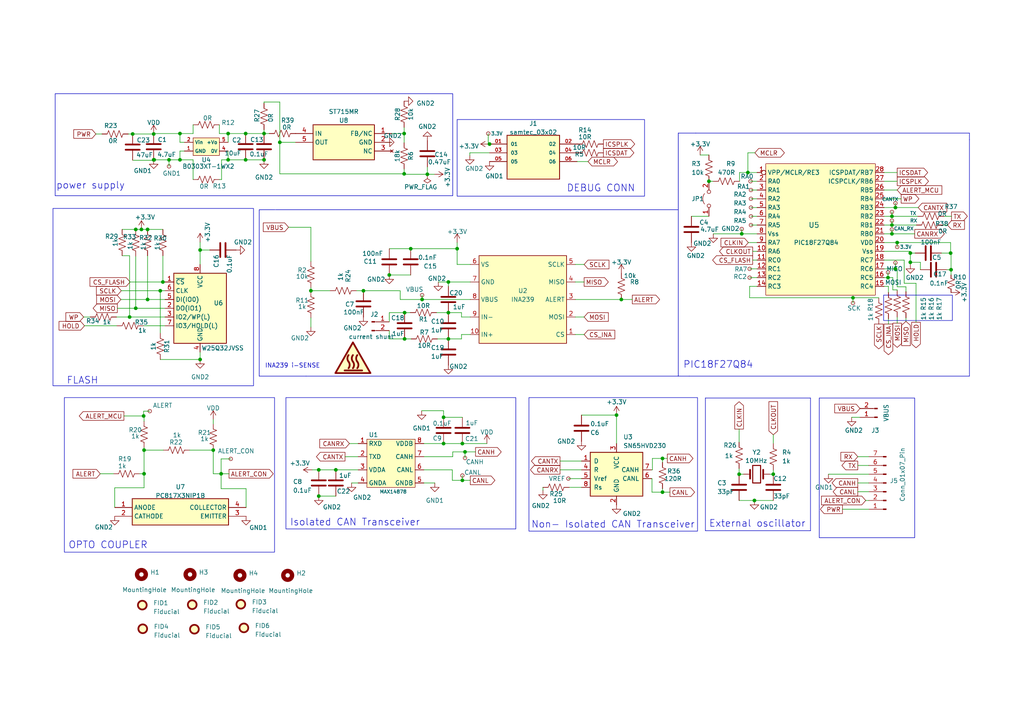
<source format=kicad_sch>
(kicad_sch (version 20230121) (generator eeschema)
  (paper "A4")
  (title_block (title "E011-i_SENSE") (date "2023-05-04") (rev "1") (company "EMO energy") (comment 1 "Darshan R") (comment 2 "Current sense PCB"))
  (lib_symbols
    (symbol "B0505-1W_1"
      (property "Reference" "U4" (at 0 3.81 0))
      (property "Value" "B0303XT-1WX2" (at 0 -5.08 0))
      (symbol "B0505-1W_1_1_1"
        (pin power_in line (at -6.35 1.27 0) (length 2.54) (name "GND") (number "1"))
        (pin input line (at -6.35 -1.27 0) (length 2.54) (name "Vin") (number "2"))
        (pin power_in line (at 6.35 1.27 180) (length 2.54) (name "0V") (number "4"))
        (pin power_out line (at 6.35 -1.27 180) (length 2.54) (name "+Vo") (number "5"))
      )
    )
    (symbol "CAN transreceiver:MAX14878"
      (property "Reference" "U1" (at 1.905 6.985 0))
      (property "Value" "MAX14878" (at 2.54 -8.89 0))
      (symbol "MAX14878_1_1"
        (pin input line (at -7.62 5.08 0) (length 2.54) (name "RXD") (number "1"))
        (pin output line (at -7.62 1.27 0) (length 2.54) (name "TXD") (number "2"))
        (pin power_in line (at -7.62 -2.54 0) (length 2.54) (name "VDDA") (number "3"))
        (pin power_in line (at -7.62 -6.35 0) (length 2.54) (name "GNDA") (number "4"))
        (pin power_in line (at 11.43 -6.35 180) (length 2.54) (name "GNDB") (number "5"))
        (pin passive line (at 11.43 -2.54 180) (length 2.54) (name "CANL") (number "6"))
        (pin passive line (at 11.43 1.27 180) (length 2.54) (name "CANH") (number "7"))
        (pin power_in line (at 11.43 5.08 180) (length 2.54) (name "VDDB") (number "8"))
      )
    )
    (symbol "Connector:Conn_01x02_Pin" (pin_names (offset 1.016) hide)
      (property "Reference" "J" (at 0 2.54 0))
      (property "Value" "Conn_01x02_Pin" (at 0 -5.08 0))
      (symbol "Conn_01x02_Pin_1_1"
        (pin passive line (at 5.08 0 180) (length 3.81) (name "Pin_1") (number "1"))
        (pin passive line (at 5.08 -2.54 180) (length 3.81) (name "Pin_2") (number "2"))
      )
    )
    (symbol "Connector:Conn_01x07_Pin" (pin_names (offset 1.016) hide)
      (property "Reference" "J" (at 0 10.16 0))
      (property "Value" "Conn_01x07_Pin" (at 0 -10.16 0))
      (symbol "Conn_01x07_Pin_1_1"
        (pin passive line (at 5.08 7.62 180) (length 3.81) (name "Pin_1") (number "1"))
        (pin passive line (at 5.08 5.08 180) (length 3.81) (name "Pin_2") (number "2"))
        (pin passive line (at 5.08 2.54 180) (length 3.81) (name "Pin_3") (number "3"))
        (pin passive line (at 5.08 0 180) (length 3.81) (name "Pin_4") (number "4"))
        (pin passive line (at 5.08 -2.54 180) (length 3.81) (name "Pin_5") (number "5"))
        (pin passive line (at 5.08 -5.08 180) (length 3.81) (name "Pin_6") (number "6"))
        (pin passive line (at 5.08 -7.62 180) (length 3.81) (name "Pin_7") (number "7"))
      )
    )
    (symbol "Connector:TestPoint_Small" (pin_numbers hide) (pin_names (offset 0.762) hide)
      (property "Reference" "TP" (at 0 3.81 0))
      (property "Value" "TestPoint_Small" (at 0 2.032 0))
      (symbol "TestPoint_Small_1_1"
        (pin passive line (at 0 0 90) (length 0) (name "1") (number "1"))
      )
    )
    (symbol "Device:C" (pin_numbers hide) (pin_names (offset 0.254))
      (property "Reference" "C" (at 0.635 2.54 0))
      (property "Value" "C" (at 0.635 -2.54 0))
      (symbol "C_1_1"
        (pin passive line (at 0 3.81 270) (length 2.794) (name "~") (number "1"))
        (pin passive line (at 0 -3.81 90) (length 2.794) (name "~") (number "2"))
      )
    )
    (symbol "Device:Crystal" (pin_numbers hide) (pin_names (offset 1.016) hide)
      (property "Reference" "Y" (at 0 3.81 0))
      (property "Value" "Crystal" (at 0 -3.81 0))
      (symbol "Crystal_1_1"
        (pin passive line (at -3.81 0 0) (length 1.27) (name "1") (number "1"))
        (pin passive line (at 3.81 0 180) (length 1.27) (name "2") (number "2"))
      )
    )
    (symbol "Device:R_Small_US" (pin_numbers hide) (pin_names (offset 0.254) hide)
      (property "Reference" "R" (at 0.762 0.508 0))
      (property "Value" "R_Small_US" (at 0.762 -1.016 0))
      (symbol "R_Small_US_1_1"
        (pin passive line (at 0 2.54 270) (length 1.016) (name "~") (number "1"))
        (pin passive line (at 0 -2.54 90) (length 1.016) (name "~") (number "2"))
      )
    )
    (symbol "Device:R_US" (pin_numbers hide) (pin_names (offset 0))
      (property "Reference" "R" (at 2.54 0 90))
      (property "Value" "R_US" (at -2.54 0 90))
      (symbol "R_US_1_1"
        (pin passive line (at 0 3.81 270) (length 1.27) (name "~") (number "1"))
        (pin passive line (at 0 -3.81 90) (length 1.27) (name "~") (number "2"))
      )
    )
    (symbol "GND2_1" (power) (pin_names (offset 0))
      (property "Value" "GND2_1" (at 0 -3.81 0))
      (symbol "GND2_1_1_1"
        (pin power_in line (at 0 0 270) (length 0) hide (name "GND2") (number "1"))
      )
    )
    (symbol "GND2_2" (power) (pin_names (offset 0))
      (property "Value" "GND2_2" (at 0 -3.81 0))
      (symbol "GND2_2_1_1"
        (pin power_in line (at 0 0 270) (length 0) hide (name "GND2") (number "1"))
      )
    )
    (symbol "Graphic:SYM_Hot_Large" (on_board no))
    (symbol "Interface_CAN_LIN:SN65HVD230" (pin_names (offset 1.016))
      (property "Reference" "U" (at -2.54 10.16 0))
      (property "Value" "SN65HVD230" (at -2.54 7.62 0))
      (symbol "SN65HVD230_1_1"
        (pin input line (at -10.16 2.54 0) (length 2.54) (name "D") (number "1"))
        (pin power_in line (at 0 -10.16 90) (length 2.54) (name "GND") (number "2"))
        (pin power_in line (at 0 7.62 270) (length 2.54) (name "VCC") (number "3"))
        (pin output line (at -10.16 0 0) (length 2.54) (name "R") (number "4"))
        (pin output line (at -10.16 -2.54 0) (length 2.54) (name "Vref") (number "5"))
        (pin bidirectional line (at 10.16 -2.54 180) (length 2.54) (name "CANL") (number "6"))
        (pin bidirectional line (at 10.16 0 180) (length 2.54) (name "CANH") (number "7"))
        (pin input line (at -10.16 -5.08 0) (length 2.54) (name "Rs") (number "8"))
      )
    )
    (symbol "Jumper:Jumper_2_Open" (pin_names (offset 0) hide)
      (property "Reference" "JP" (at 0 2.794 0))
      (property "Value" "Jumper_2_Open" (at 0 -2.286 0))
      (symbol "Jumper_2_Open_1_1"
        (pin passive line (at -5.08 0 0) (length 2.54) (name "A") (number "1"))
        (pin passive line (at 5.08 0 180) (length 2.54) (name "B") (number "2"))
      )
    )
    (symbol "Mechanical:Fiducial"
      (property "Reference" "FID" (at 0 5.08 0))
      (property "Value" "Fiducial" (at 0 3.175 0))
    )
    (symbol "Mechanical:MountingHole" (pin_names (offset 1.016))
      (property "Reference" "H" (at 0 5.08 0))
      (property "Value" "MountingHole" (at 0 3.175 0))
    )
    (symbol "Memory_Flash:W25Q32JVSS"
      (property "Reference" "U6" (at 8.382 0.635 0))
      (property "Value" "W25Q32JVSS" (at 8.382 -1.905 0))
      (symbol "W25Q32JVSS_1_1"
        (pin input line (at -10.16 7.62 0) (length 2.54) (name "~{CS}") (number "1"))
        (pin bidirectional line (at -10.16 0 0) (length 2.54) (name "DO(IO1)") (number "2"))
        (pin bidirectional line (at -10.16 -2.54 0) (length 2.54) (name "IO2/WP(L)") (number "3"))
        (pin power_in line (at 0 -12.7 90) (length 2.54) (name "GND") (number "4"))
        (pin bidirectional line (at -10.16 2.54 0) (length 2.54) (name "DI(IO0)") (number "5"))
        (pin input line (at -10.16 5.08 0) (length 2.54) (name "CLK") (number "6"))
        (pin bidirectional line (at -10.16 -5.08 0) (length 2.54) (name "IO3/HOLD(L)") (number "7"))
        (pin power_in line (at 0 12.7 270) (length 2.54) (name "VCC") (number "8"))
      )
    )
    (symbol "New_Library:1NA239"
      (property "Reference" "U2" (at 0 -2.54 0))
      (property "Value" "INA239" (at 0 0 0))
      (symbol "1NA239_1_1"
        (pin input line (at -15.24 10.16 0) (length 2.54) (name "CS") (number "1"))
        (pin input line (at 15.24 10.16 180) (length 2.54) (name "IN+") (number "10"))
        (pin input line (at -15.24 5.08 0) (length 2.54) (name "MOSI") (number "2"))
        (pin output line (at -15.24 0 0) (length 2.54) (name "ALERT") (number "3"))
        (pin output line (at -15.24 -5.08 0) (length 2.54) (name "MISO") (number "4"))
        (pin input line (at -15.24 -10.16 0) (length 2.54) (name "SCLK") (number "5"))
        (pin power_in line (at 15.24 -10.16 180) (length 2.54) (name "VS") (number "6"))
        (pin power_in line (at 15.24 -5.08 180) (length 2.54) (name "GND") (number "7"))
        (pin input line (at 15.24 0 180) (length 2.54) (name "VBUS") (number "8"))
        (pin input line (at 15.24 5.08 180) (length 2.54) (name "IN-") (number "9"))
      )
    )
    (symbol "custom lib:FW-04-05-X-D-XXX-XXX" (pin_names (offset 1.016))
      (property "Reference" "J" (at -7.62 5.842 0))
      (property "Value" "samtec_03x02" (at -7.62 -10.16 0))
      (symbol "FW-04-05-X-D-XXX-XXX_0_0"
        (pin passive line (at -12.7 2.54 0) (length 5.08) (name "01") (number "01"))
        (pin passive line (at 12.7 2.54 180) (length 5.08) (name "02") (number "02"))
        (pin passive line (at -12.7 0 0) (length 5.08) (name "03") (number "03"))
        (pin passive line (at 12.7 0 180) (length 5.08) (name "04") (number "04"))
        (pin passive line (at -12.7 -2.54 0) (length 5.08) (name "05") (number "05"))
        (pin passive line (at 12.7 -2.54 180) (length 5.08) (name "06") (number "06"))
      )
    )
    (symbol "custom lib:PC817X3NIP1B"
      (property "Reference" "U" (at 34.29 7.62 0))
      (property "Value" "PC817X3NIP1B" (at 34.29 5.08 0))
      (symbol "PC817X3NIP1B_1_1"
        (pin passive line (at 0 0 0) (length 5.08) (name "ANODE") (number "1"))
        (pin passive line (at 0 -2.54 0) (length 5.08) (name "CATHODE") (number "2"))
        (pin passive line (at 38.1 -2.54 180) (length 5.08) (name "EMITTER") (number "3"))
        (pin passive line (at 38.1 0 180) (length 5.08) (name "COLLECTOR") (number "4"))
      )
    )
    (symbol "custom lib:ST715MR"
      (property "Reference" "BT" (at 24.13 7.62 0))
      (property "Value" "ST715MR" (at 24.13 5.08 0))
      (symbol "ST715MR_1_1"
        (pin bidirectional line (at 0 0 0) (length 5.08) (name "FB/NC") (number "1"))
        (pin power_in line (at 0 -2.54 0) (length 5.08) (name "GND") (number "2"))
        (pin no_connect line (at 0 -5.08 0) (length 5.08) (name "NC") (number "3"))
        (pin power_in line (at 27.94 0 180) (length 5.08) (name "IN") (number "4"))
        (pin power_in line (at 27.94 -2.54 180) (length 5.08) (name "OUT") (number "5"))
      )
    )
    (symbol "pic18f57q84_qfn48_1"
      (property "Reference" "U5" (at -73.66 6.35 0))
      (property "Value" "PIC18F27Q84" (at -17.78 2.54 0))
      (symbol "pic18f57q84_qfn48_1_1_0"
        (pin bidirectional line (at -53.34 19.05 180) (length 2.54) (name "ICSPCLK/RB6") (number "27"))
      )
      (symbol "pic18f57q84_qfn48_1_1_1"
        (pin bidirectional inverted (at -90.17 21.59 0) (length 2.54) (name "VPP/MCLR/RE3") (number "1"))
        (pin bidirectional line (at -90.17 -1.27 0) (length 2.54) (name "RA6") (number "10"))
        (pin bidirectional line (at -90.17 -3.81 0) (length 2.54) (name "RC0") (number "11"))
        (pin bidirectional line (at -90.17 -6.35 0) (length 2.54) (name "RC1") (number "12"))
        (pin bidirectional line (at -90.17 -8.89 0) (length 2.54) (name "RC2") (number "13"))
        (pin bidirectional line (at -90.17 -11.43 0) (length 2.54) (name "RC3") (number "14"))
        (pin bidirectional line (at -53.34 -11.43 180) (length 2.54) (name "RC4") (number "15"))
        (pin bidirectional line (at -53.34 -8.89 180) (length 2.54) (name "RC5") (number "16"))
        (pin bidirectional line (at -53.34 -6.35 180) (length 2.54) (name "RC6") (number "17"))
        (pin bidirectional line (at -53.34 -3.81 180) (length 2.54) (name "RC7") (number "18"))
        (pin power_in line (at -53.34 -1.27 180) (length 2.54) (name "Vss") (number "19"))
        (pin bidirectional line (at -90.17 19.05 0) (length 2.54) (name "RA0") (number "2"))
        (pin power_in line (at -53.34 1.27 180) (length 2.54) (name "VDD") (number "20"))
        (pin bidirectional line (at -53.34 3.81 180) (length 2.54) (name "RB0") (number "21"))
        (pin bidirectional line (at -53.34 6.35 180) (length 2.54) (name "RB1") (number "22"))
        (pin bidirectional line (at -53.34 8.89 180) (length 2.54) (name "RB2") (number "23"))
        (pin bidirectional line (at -53.34 11.43 180) (length 2.54) (name "RB3") (number "24"))
        (pin bidirectional line (at -53.34 13.97 180) (length 2.54) (name "RB4") (number "25"))
        (pin bidirectional line (at -53.34 16.51 180) (length 2.54) (name "RB5") (number "26"))
        (pin bidirectional line (at -53.34 21.59 180) (length 2.54) (name "ICSPDAT/RB7") (number "28"))
        (pin bidirectional line (at -90.17 16.51 0) (length 2.54) (name "RA1") (number "3"))
        (pin bidirectional line (at -90.17 13.97 0) (length 2.54) (name "RA2") (number "4"))
        (pin bidirectional line (at -90.17 11.43 0) (length 2.54) (name "RA3") (number "5"))
        (pin bidirectional line (at -90.17 8.89 0) (length 2.54) (name "RA4") (number "6"))
        (pin bidirectional line (at -90.17 6.35 0) (length 2.54) (name "RA5") (number "7"))
        (pin power_in line (at -90.17 3.81 0) (length 2.54) (name "Vss") (number "8"))
        (pin bidirectional line (at -90.17 1.27 0) (length 2.54) (name "RA7") (number "9"))
      )
    )
    (symbol "power:+3.3V" (power) (pin_names (offset 0))
      (property "Value" "+3.3V" (at 0 3.556 0))
      (symbol "+3.3V_1_1"
        (pin power_in line (at 0 0 90) (length 0) hide (name "+3.3V") (number "1"))
      )
    )
    (symbol "power:GND1" (power) (pin_names (offset 0))
      (property "Value" "GND1" (at 0 -3.81 0))
      (symbol "GND1_1_1"
        (pin power_in line (at 0 0 270) (length 0) hide (name "GND1") (number "1"))
      )
    )
    (symbol "power:PWR_FLAG" (power) (pin_numbers hide) (pin_names (offset 0) hide)
      (property "Value" "PWR_FLAG" (at 0 3.81 0))
      (symbol "PWR_FLAG_0_0"
        (pin power_out line (at 0 0 90) (length 0) (name "pwr") (number "1"))
      )
    )
    (symbol "power:VDD" (power) (pin_names (offset 0))
      (property "Value" "VDD" (at 0 3.81 0))
      (symbol "VDD_1_1"
        (pin power_in line (at 0 0 90) (length 0) hide (name "VDD") (number "1"))
      )
    )
  )
  (junction (at 134.874 131.064))
  (junction (at 216.916 50.038))
  (junction (at 275.717 73.406))
  (junction (at 123.952 50.546))
  (junction (at 257.556 80.518))
  (junction (at 122.428 86.868))
  (junction (at 37.592 91.948))
  (junction (at 132.588 72.136))
  (junction (at 66.167 38.735))
  (junction (at 42.799 66.548))
  (junction (at 130.048 98.298))
  (junction (at 41.021 66.548))
  (junction (at 64.135 137.414))
  (junction (at 61.849 130.556))
  (junction (at 258.699 62.738))
  (junction (at 44.704 46.355))
  (junction (at 192.151 132.969))
  (junction (at 81.153 41.275))
  (junction (at 41.656 120.65))
  (junction (at 47.244 81.788))
  (junction (at 44.577 38.862))
  (junction (at 128.651 128.651))
  (junction (at 214.376 137.541))
  (junction (at 117.348 90.678))
  (junction (at 76.581 46.355))
  (junction (at 130.048 81.788))
  (junction (at 247.396 86.36))
  (junction (at 105.41 84.328))
  (junction (at 66.167 46.355))
  (junction (at 46.482 84.328))
  (junction (at 117.221 38.735))
  (junction (at 260.223 70.358))
  (junction (at 112.903 79.756))
  (junction (at 130.048 90.678))
  (junction (at 258.699 67.818))
  (junction (at 90.17 84.328))
  (junction (at 117.221 50.419))
  (junction (at 178.816 120.396))
  (junction (at 218.821 145.161))
  (junction (at 97.409 136.271))
  (junction (at 58.039 104.267))
  (junction (at 275.844 78.232))
  (junction (at 134.112 128.651))
  (junction (at 52.197 46.355))
  (junction (at 215.138 67.818))
  (junction (at 141.986 41.783))
  (junction (at 58.039 72.517))
  (junction (at 259.715 60.198))
  (junction (at 41.783 130.556))
  (junction (at 119.126 72.136))
  (junction (at 38.481 38.862))
  (junction (at 192.151 142.748))
  (junction (at 42.799 86.868))
  (junction (at 259.715 77.978))
  (junction (at 49.022 46.355))
  (junction (at 264.033 73.406))
  (junction (at 76.581 38.735))
  (junction (at 224.282 137.541))
  (junction (at 264.033 76.073))
  (junction (at 52.197 38.735))
  (junction (at 117.348 98.298))
  (junction (at 92.456 136.271))
  (junction (at 39.37 66.548))
  (junction (at 180.213 86.868))
  (junction (at 71.247 38.735))
  (junction (at 92.456 143.891))
  (junction (at 71.247 46.355))
  (junction (at 205.613 52.578))
  (junction (at 258.699 65.278))
  (junction (at 39.37 89.408))
  (junction (at 134.112 139.319))
  (junction (at 41.783 137.414))
  (junction (at 128.651 121.031))
  (junction (at 44.577 46.355))
  (wire (pts (xy 132.588 72.136) (xy 132.588 76.708)))
  (wire (pts (xy 203.073 44.958) (xy 205.613 44.958)))
  (wire (pts (xy 259.715 60.198) (xy 266.319 60.198)))
  (polyline (pts (xy 196.723 38.608) (xy 196.723 60.833)))
  (wire (pts (xy 214.376 145.161) (xy 218.821 145.161)))
  (wire (pts (xy 133.858 90.678) (xy 130.048 90.678)))
  (wire (pts (xy 41.656 119.253) (xy 41.656 120.65)))
  (wire (pts (xy 64.262 46.355) (xy 66.167 46.355)))
  (wire (pts (xy 90.17 75.819) (xy 90.17 65.913)))
  (polyline (pts (xy 75.184 60.833) (xy 79.756 60.833)))
  (wire (pts (xy 216.916 44.323) (xy 216.916 50.038)))
  (polyline (pts (xy 196.723 109.093) (xy 199.898 109.093)))
  (wire (pts (xy 44.704 38.862) (xy 44.704 38.735)))
  (wire (pts (xy 61.849 137.414) (xy 64.135 137.414)))
  (wire (pts (xy 214.503 52.578) (xy 214.503 50.038)))
  (polyline (pts (xy 88.773 109.093) (xy 75.184 109.093)))
  (wire (pts (xy 71.374 147.193) (xy 71.374 141.732)))
  (wire (pts (xy 63.627 52.07) (xy 64.262 52.07)))
  (wire (pts (xy 258.699 61.468) (xy 258.699 62.738)))
  (polyline (pts (xy 75.184 109.093) (xy 75.184 60.833)))
  (wire (pts (xy 61.849 130.556) (xy 61.849 137.414)))
  (wire (pts (xy 260.223 91.948) (xy 260.223 93.726)))
  (wire (pts (xy 54.991 130.556) (xy 61.849 130.556)))
  (wire (pts (xy 33.782 91.948) (xy 37.592 91.948)))
  (wire (pts (xy 56.007 36.195) (xy 56.007 38.735)))
  (wire (pts (xy 133.858 91.948) (xy 133.858 90.678)))
  (wire (pts (xy 125.984 50.546) (xy 123.952 50.546)))
  (wire (pts (xy 100.076 132.461) (xy 103.886 132.461)))
  (wire (pts (xy 260.223 70.358) (xy 260.223 71.628)))
  (wire (pts (xy 52.197 43.815) (xy 52.197 46.355)))
  (wire (pts (xy 224.282 136.271) (xy 224.282 137.541)))
  (wire (pts (xy 119.253 98.298) (xy 117.348 98.298)))
  (wire (pts (xy 71.247 46.355) (xy 76.581 46.355)))
  (wire (pts (xy 42.799 66.548) (xy 47.244 66.548)))
  (wire (pts (xy 217.805 57.658) (xy 219.583 57.658)))
  (wire (pts (xy 206.883 67.818) (xy 215.138 67.818)))
  (polyline (pts (xy 235.077 115.443) (xy 235.077 153.924)))
  (wire (pts (xy 262.255 75.438) (xy 262.255 82.169)))
  (wire (pts (xy 64.135 141.732) (xy 64.135 137.414)))
  (wire (pts (xy 251.079 145.161) (xy 251.968 145.161)))
  (wire (pts (xy 134.874 131.064) (xy 137.922 131.064)))
  (wire (pts (xy 37.719 81.788) (xy 47.244 81.788)))
  (wire (pts (xy 38.481 46.482) (xy 44.704 46.482)))
  (polyline (pts (xy 235.077 153.924) (xy 204.597 153.924)))
  (wire (pts (xy 257.556 78.994) (xy 257.556 80.518)))
  (wire (pts (xy 247.396 86.36) (xy 254.889 86.36)))
  (wire (pts (xy 248.793 140.081) (xy 251.968 140.081)))
  (polyline (pts (xy 204.597 115.443) (xy 235.077 115.443)))
  (wire (pts (xy 41.783 130.556) (xy 47.371 130.556)))
  (wire (pts (xy 217.805 55.118) (xy 219.583 55.118)))
  (wire (pts (xy 117.221 49.022) (xy 117.221 50.419)))
  (wire (pts (xy 217.678 52.578) (xy 219.583 52.578)))
  (wire (pts (xy 131.191 136.271) (xy 131.191 139.319)))
  (wire (pts (xy 260.223 83.185) (xy 262.763 83.185)))
  (wire (pts (xy 256.413 70.358) (xy 260.223 70.358)))
  (wire (pts (xy 256.413 62.738) (xy 258.699 62.738)))
  (wire (pts (xy 166.878 91.948) (xy 169.418 91.948)))
  (wire (pts (xy 273.05 73.406) (xy 275.717 73.406)))
  (wire (pts (xy 257.683 84.836) (xy 257.683 83.058)))
  (wire (pts (xy 157.48 141.351) (xy 157.48 142.24)))
  (wire (pts (xy 141.224 128.651) (xy 134.112 128.651)))
  (wire (pts (xy 42.799 86.868) (xy 47.879 86.868)))
  (wire (pts (xy 66.167 43.815) (xy 66.167 46.355)))
  (wire (pts (xy 83.693 65.913) (xy 90.17 65.913)))
  (wire (pts (xy 214.503 50.038) (xy 216.916 50.038)))
  (wire (pts (xy 37.592 74.168) (xy 37.592 91.948)))
  (wire (pts (xy 71.374 141.732) (xy 64.135 141.732)))
  (wire (pts (xy 259.715 58.928) (xy 259.715 60.198)))
  (wire (pts (xy 134.874 131.064) (xy 134.874 132.842)))
  (wire (pts (xy 44.577 46.355) (xy 44.704 46.355)))
  (wire (pts (xy 256.413 75.438) (xy 262.255 75.438)))
  (wire (pts (xy 217.805 65.278) (xy 219.583 65.278)))
  (wire (pts (xy 141.605 38.735) (xy 141.605 41.783)))
  (wire (pts (xy 192.151 142.748) (xy 189.103 142.748)))
  (wire (pts (xy 92.456 143.891) (xy 97.409 143.891)))
  (wire (pts (xy 214.376 137.541) (xy 215.646 137.541)))
  (wire (pts (xy 256.413 72.898) (xy 264.033 72.898)))
  (wire (pts (xy 266.954 76.073) (xy 264.033 76.073)))
  (wire (pts (xy 216.916 50.038) (xy 219.583 50.038)))
  (wire (pts (xy 44.577 38.735) (xy 44.577 38.862)))
  (polyline (pts (xy 110.363 60.833) (xy 196.723 60.833)))
  (wire (pts (xy 256.413 65.278) (xy 258.699 65.278)))
  (wire (pts (xy 256.413 52.578) (xy 260.223 52.578)))
  (wire (pts (xy 256.413 67.818) (xy 258.699 67.818)))
  (wire (pts (xy 39.37 66.548) (xy 41.021 66.548)))
  (wire (pts (xy 264.033 73.406) (xy 264.033 72.898)))
  (wire (pts (xy 178.816 120.396) (xy 178.816 128.651)))
  (wire (pts (xy 76.581 37.592) (xy 76.581 38.735)))
  (wire (pts (xy 63.627 38.735) (xy 66.167 38.735)))
  (wire (pts (xy 47.244 81.788) (xy 47.879 81.788)))
  (wire (pts (xy 260.223 70.358) (xy 275.717 70.358)))
  (wire (pts (xy 119.126 72.136) (xy 132.588 72.136)))
  (wire (pts (xy 166.878 76.708) (xy 169.418 76.708)))
  (wire (pts (xy 126.873 98.298) (xy 130.048 98.298)))
  (wire (pts (xy 117.221 50.419) (xy 117.221 50.546)))
  (wire (pts (xy 66.167 46.355) (xy 71.247 46.355)))
  (wire (pts (xy 256.413 50.038) (xy 260.223 50.038)))
  (wire (pts (xy 56.007 52.07) (xy 56.007 46.355)))
  (wire (pts (xy 46.482 96.647) (xy 46.482 84.328)))
  (wire (pts (xy 56.007 38.735) (xy 52.197 38.735)))
  (wire (pts (xy 47.244 74.168) (xy 47.244 81.788)))
  (wire (pts (xy 217.424 80.518) (xy 219.583 80.518)))
  (wire (pts (xy 81.153 50.419) (xy 117.221 50.419)))
  (wire (pts (xy 105.41 84.328) (xy 116.078 84.328)))
  (wire (pts (xy 248.793 142.621) (xy 251.968 142.621)))
  (wire (pts (xy 167.386 46.863) (xy 170.561 46.863)))
  (wire (pts (xy 215.138 66.421) (xy 215.138 67.818)))
  (wire (pts (xy 122.936 132.461) (xy 131.318 132.461)))
  (polyline (pts (xy 281.178 38.608) (xy 281.178 40.513)))
  (wire (pts (xy 37.592 91.948) (xy 47.879 91.948)))
  (polyline (pts (xy 204.597 153.924) (xy 204.597 115.443)))
  (wire (pts (xy 136.271 44.323) (xy 141.986 44.323)))
  (wire (pts (xy 258.953 80.518) (xy 258.953 84.074)))
  (polyline (pts (xy 196.723 105.283) (xy 196.723 106.553)))
  (wire (pts (xy 240.284 137.541) (xy 251.968 137.541)))
  (wire (pts (xy 194.31 142.748) (xy 192.151 142.748)))
  (wire (pts (xy 168.656 141.351) (xy 165.1 141.351)))
  (wire (pts (xy 217.424 83.058) (xy 219.583 83.058)))
  (wire (pts (xy 218.821 145.161) (xy 224.282 145.161)))
  (wire (pts (xy 39.37 74.295) (xy 39.37 89.408)))
  (polyline (pts (xy 281.178 40.513) (xy 281.178 109.093)))
  (wire (pts (xy 97.409 136.271) (xy 103.886 136.271)))
  (wire (pts (xy 217.805 60.198) (xy 219.583 60.198)))
  (wire (pts (xy 41.783 120.65) (xy 41.783 122.174)))
  (wire (pts (xy 122.301 119.126) (xy 128.651 119.126)))
  (wire (pts (xy 76.581 38.735) (xy 78.105 38.735)))
  (wire (pts (xy 193.548 132.969) (xy 192.151 132.969)))
  (polyline (pts (xy 196.723 38.608) (xy 196.723 105.283)))
  (wire (pts (xy 122.428 85.598) (xy 122.428 86.868)))
  (wire (pts (xy 224.282 126.111) (xy 224.282 128.651)))
  (wire (pts (xy 189.103 138.811) (xy 188.976 138.811)))
  (wire (pts (xy 39.37 66.548) (xy 39.37 66.675)))
  (wire (pts (xy 42.799 74.168) (xy 42.799 86.868)))
  (wire (pts (xy 33.274 147.193) (xy 33.274 141.478)))
  (wire (pts (xy 66.167 38.735) (xy 71.247 38.735)))
  (wire (pts (xy 112.903 93.345) (xy 112.903 90.678)))
  (polyline (pts (xy 196.723 38.608) (xy 201.803 38.608)))
  (wire (pts (xy 33.274 141.478) (xy 41.783 141.478)))
  (wire (pts (xy 192.151 132.969) (xy 189.23 132.969)))
  (wire (pts (xy 113.665 38.735) (xy 117.221 38.735)))
  (wire (pts (xy 131.191 139.319) (xy 134.112 139.319)))
  (polyline (pts (xy 199.898 109.093) (xy 281.178 109.093)))
  (wire (pts (xy 112.903 95.885) (xy 112.903 98.298)))
  (wire (pts (xy 273.431 65.278) (xy 274.828 65.278)))
  (wire (pts (xy 189.103 142.748) (xy 189.103 138.811)))
  (wire (pts (xy 224.282 137.541) (xy 223.266 137.541)))
  (wire (pts (xy 52.197 41.275) (xy 52.197 38.735)))
  (wire (pts (xy 46.482 84.328) (xy 47.879 84.328)))
  (polyline (pts (xy 196.723 109.093) (xy 196.723 108.458)))
  (wire (pts (xy 64.135 133.096) (xy 64.135 137.414)))
  (wire (pts (xy 41.656 119.253) (xy 43.434 119.253)))
  (wire (pts (xy 127.127 81.788) (xy 130.048 81.788)))
  (wire (pts (xy 215.138 67.818) (xy 219.583 67.818)))
  (wire (pts (xy 58.039 70.231) (xy 58.039 72.517)))
  (wire (pts (xy 136.398 76.708) (xy 132.588 76.708)))
  (wire (pts (xy 257.556 80.518) (xy 258.953 80.518)))
  (wire (pts (xy 71.247 38.735) (xy 76.581 38.735)))
  (wire (pts (xy 41.656 120.65) (xy 41.783 120.65)))
  (wire (pts (xy 81.153 29.591) (xy 76.581 29.591)))
  (wire (pts (xy 112.903 79.756) (xy 119.126 79.756)))
  (wire (pts (xy 260.223 83.185) (xy 260.223 77.978)))
  (wire (pts (xy 128.651 119.126) (xy 128.651 121.031)))
  (wire (pts (xy 63.627 36.195) (xy 63.627 38.735)))
  (wire (pts (xy 44.577 38.862) (xy 44.704 38.862)))
  (wire (pts (xy 41.021 66.548) (xy 42.799 66.548)))
  (wire (pts (xy 44.704 46.355) (xy 49.022 46.355)))
  (wire (pts (xy 24.511 94.488) (xy 33.909 94.488)))
  (wire (pts (xy 258.953 84.074) (xy 260.223 84.074)))
  (wire (pts (xy 27.813 38.862) (xy 29.591 38.862)))
  (wire (pts (xy 256.413 57.658) (xy 261.366 57.658)))
  (wire (pts (xy 247.015 121.031) (xy 249.428 121.031)))
  (wire (pts (xy 123.952 48.387) (xy 123.952 50.546)))
  (wire (pts (xy 217.424 77.978) (xy 219.583 77.978)))
  (polyline (pts (xy 97.663 60.833) (xy 79.883 60.833)))
  (wire (pts (xy 37.211 38.862) (xy 38.481 38.862)))
  (wire (pts (xy 85.725 41.275) (xy 81.153 41.275)))
  (wire (pts (xy 256.413 55.118) (xy 260.223 55.118)))
  (wire (pts (xy 41.783 129.794) (xy 41.783 130.556)))
  (wire (pts (xy 122.428 86.868) (xy 116.078 86.868)))
  (wire (pts (xy 126.619 90.678) (xy 130.048 90.678)))
  (wire (pts (xy 258.699 67.818) (xy 265.303 67.818)))
  (wire (pts (xy 81.153 29.591) (xy 81.153 41.275)))
  (wire (pts (xy 214.376 124.46) (xy 214.376 128.27)))
  (wire (pts (xy 35.179 84.328) (xy 46.482 84.328)))
  (wire (pts (xy 49.022 46.355) (xy 49.022 48.26)))
  (wire (pts (xy 53.467 43.815) (xy 52.197 43.815)))
  (wire (pts (xy 274.574 78.232) (xy 275.844 78.232)))
  (wire (pts (xy 24.257 91.948) (xy 26.162 91.948)))
  (wire (pts (xy 264.033 76.073) (xy 264.033 76.708)))
  (wire (pts (xy 260.223 77.978) (xy 259.715 77.978)))
  (wire (pts (xy 218.948 44.323) (xy 216.916 44.323)))
  (wire (pts (xy 217.043 70.358) (xy 219.583 70.358)))
  (wire (pts (xy 117.221 38.735) (xy 117.221 41.402)))
  (wire (pts (xy 266.954 78.232) (xy 266.954 76.073)))
  (wire (pts (xy 35.052 86.868) (xy 42.799 86.868)))
  (wire (pts (xy 136.398 97.028) (xy 133.858 97.028)))
  (wire (pts (xy 248.793 132.461) (xy 251.968 132.461)))
  (wire (pts (xy 136.398 91.948) (xy 133.858 91.948)))
  (wire (pts (xy 275.844 73.406) (xy 275.717 73.406)))
  (wire (pts (xy 264.033 73.406) (xy 264.033 76.073)))
  (wire (pts (xy 113.665 41.275) (xy 111.76 41.275)))
  (wire (pts (xy 164.846 138.811) (xy 168.656 138.811)))
  (wire (pts (xy 44.704 46.482) (xy 44.704 46.355)))
  (wire (pts (xy 117.221 36.957) (xy 117.221 38.735)))
  (wire (pts (xy 248.793 135.001) (xy 251.968 135.001)))
  (wire (pts (xy 90.17 83.439) (xy 90.17 84.328)))
  (wire (pts (xy 189.23 132.969) (xy 189.23 136.271)))
  (wire (pts (xy 112.903 72.136) (xy 119.126 72.136)))
  (wire (pts (xy 61.849 122.936) (xy 61.849 121.666)))
  (wire (pts (xy 44.704 38.735) (xy 52.197 38.735)))
  (wire (pts (xy 40.513 137.414) (xy 41.783 137.414)))
  (wire (pts (xy 262.763 83.185) (xy 262.763 84.582)))
  (wire (pts (xy 131.318 131.064) (xy 131.318 132.461)))
  (wire (pts (xy 258.699 62.738) (xy 266.192 62.738)))
  (wire (pts (xy 257.683 92.456) (xy 257.683 93.98)))
  (wire (pts (xy 38.481 38.862) (xy 44.577 38.862)))
  (wire (pts (xy 101.346 128.651) (xy 103.886 128.651)))
  (wire (pts (xy 122.936 128.651) (xy 128.651 128.651)))
  (wire (pts (xy 122.936 136.271) (xy 131.191 136.271)))
  (polyline (pts (xy 88.773 109.093) (xy 196.723 109.093)))
  (wire (pts (xy 214.376 135.89) (xy 214.376 137.541)))
  (wire (pts (xy 90.17 84.328) (xy 90.17 84.582)))
  (wire (pts (xy 217.424 86.36) (xy 217.424 83.058)))
  (wire (pts (xy 41.783 141.478) (xy 41.783 137.414)))
  (wire (pts (xy 101.981 140.081) (xy 103.886 140.081)))
  (wire (pts (xy 116.078 86.868) (xy 116.078 84.328)))
  (wire (pts (xy 262.255 82.169) (xy 265.684 82.169)))
  (wire (pts (xy 256.413 80.518) (xy 257.556 80.518)))
  (wire (pts (xy 133.858 98.298) (xy 130.048 98.298)))
  (wire (pts (xy 247.396 87.884) (xy 247.396 86.36)))
  (wire (pts (xy 133.858 97.028) (xy 133.858 98.298)))
  (wire (pts (xy 166.878 86.868) (xy 180.213 86.868)))
  (wire (pts (xy 128.651 121.031) (xy 134.112 121.031)))
  (polyline (pts (xy 97.663 60.833) (xy 110.363 60.833)))
  (wire (pts (xy 66.167 41.275) (xy 66.167 38.735)))
  (wire (pts (xy 130.048 81.788) (xy 136.398 81.788)))
  (wire (pts (xy 58.039 72.517) (xy 60.833 72.517)))
  (wire (pts (xy 92.456 136.271) (xy 97.409 136.271)))
  (wire (pts (xy 258.699 65.278) (xy 265.811 65.278)))
  (wire (pts (xy 56.007 46.355) (xy 52.197 46.355)))
  (wire (pts (xy 218.313 72.898) (xy 219.583 72.898)))
  (wire (pts (xy 134.112 137.922) (xy 134.112 139.319)))
  (wire (pts (xy 162.433 136.271) (xy 168.656 136.271)))
  (wire (pts (xy 123.952 50.546) (xy 117.221 50.546)))
  (wire (pts (xy 35.433 74.168) (xy 37.592 74.168)))
  (wire (pts (xy 131.318 131.064) (xy 134.874 131.064)))
  (wire (pts (xy 258.699 64.008) (xy 258.699 65.278)))
  (wire (pts (xy 39.37 89.408) (xy 47.879 89.408)))
  (wire (pts (xy 259.715 77.978) (xy 256.413 77.978)))
  (wire (pts (xy 35.433 66.548) (xy 39.37 66.548)))
  (wire (pts (xy 257.683 83.058) (xy 256.413 83.058)))
  (wire (pts (xy 265.43 73.406) (xy 264.033 73.406)))
  (wire (pts (xy 90.551 136.271) (xy 92.456 136.271)))
  (wire (pts (xy 192.151 132.969) (xy 192.151 134.112)))
  (polyline (pts (xy 196.723 106.553) (xy 196.723 109.093)))
  (wire (pts (xy 66.929 133.096) (xy 64.135 133.096)))
  (wire (pts (xy 58.039 102.108) (xy 58.039 104.267)))
  (wire (pts (xy 134.112 128.651) (xy 128.651 128.651)))
  (wire (pts (xy 76.581 29.591) (xy 76.581 29.972)))
  (wire (pts (xy 118.999 90.678) (xy 117.348 90.678)))
  (wire (pts (xy 180.213 86.868) (xy 183.388 86.868)))
  (wire (pts (xy 168.656 120.396) (xy 178.816 120.396)))
  (wire (pts (xy 35.941 120.65) (xy 41.656 120.65)))
  (wire (pts (xy 275.844 73.406) (xy 275.844 78.232)))
  (wire (pts (xy 273.812 62.738) (xy 275.971 62.738)))
  (wire (pts (xy 217.424 86.36) (xy 247.396 86.36)))
  (wire (pts (xy 218.313 75.438) (xy 219.583 75.438)))
  (wire (pts (xy 95.758 84.328) (xy 90.17 84.328)))
  (wire (pts (xy 122.936 140.081) (xy 126.111 140.081)))
  (wire (pts (xy 136.271 45.085) (xy 136.271 44.323)))
  (wire (pts (xy 205.613 52.578) (xy 206.883 52.578)))
  (wire (pts (xy 64.262 52.07) (xy 64.262 46.355)))
  (wire (pts (xy 64.135 137.414) (xy 66.421 137.414)))
  (wire (pts (xy 46.482 104.267) (xy 58.039 104.267)))
  (polyline (pts (xy 201.803 38.608) (xy 281.178 38.608)))
  (wire (pts (xy 81.153 41.275) (xy 81.153 50.419)))
  (wire (pts (xy 141.605 41.783) (xy 141.986 41.783)))
  (wire (pts (xy 262.763 92.202) (xy 262.763 93.218)))
  (wire (pts (xy 275.844 78.232) (xy 275.844 79.756)))
  (wire (pts (xy 244.348 147.701) (xy 251.968 147.701)))
  (wire (pts (xy 90.17 92.202) (xy 90.17 94.869)))
  (wire (pts (xy 112.903 98.298) (xy 117.348 98.298)))
  (wire (pts (xy 162.433 133.731) (xy 168.656 133.731)))
  (wire (pts (xy 49.022 46.355) (xy 52.197 46.355)))
  (wire (pts (xy 258.699 66.548) (xy 258.699 67.818)))
  (wire (pts (xy 217.805 62.738) (xy 219.583 62.738)))
  (wire (pts (xy 134.112 139.319) (xy 136.398 139.319)))
  (wire (pts (xy 166.878 97.028) (xy 169.418 97.028)))
  (wire (pts (xy 53.467 41.275) (xy 52.197 41.275)))
  (wire (pts (xy 265.684 82.169) (xy 265.684 93.472)))
  (wire (pts (xy 41.783 130.556) (xy 41.783 137.414)))
  (wire (pts (xy 29.083 137.414) (xy 32.893 137.414)))
  (wire (pts (xy 189.23 136.271) (xy 188.976 136.271)))
  (wire (pts (xy 112.903 90.678) (xy 117.348 90.678)))
  (wire (pts (xy 132.588 70.358) (xy 132.588 72.136)))
  (wire (pts (xy 34.036 89.408) (xy 39.37 89.408)))
  (wire (pts (xy 259.715 76.2) (xy 259.715 77.978)))
  (wire (pts (xy 130.048 81.788) (xy 130.048 83.058)))
  (wire (pts (xy 275.717 70.358) (xy 275.717 73.406)))
  (wire (pts (xy 166.878 81.788) (xy 169.418 81.788)))
  (wire (pts (xy 136.398 86.868) (xy 122.428 86.868)))
  (wire (pts (xy 41.529 94.488) (xy 47.879 94.488)))
  (wire (pts (xy 103.378 84.328) (xy 105.41 84.328)))
  (wire (pts (xy 200.533 62.738) (xy 205.613 62.738)))
  (wire (pts (xy 58.039 72.517) (xy 58.039 76.708)))
  (wire (pts (xy 260.223 84.074) (xy 260.223 84.328)))
  (wire (pts (xy 192.151 141.732) (xy 192.151 142.748)))
  (wire (pts (xy 256.413 60.198) (xy 259.715 60.198)))
  (rectangle (start 132.588 34.671) (end 186.944 56.896))
  (rectangle (start 15.367 60.452) (end 73.533 111.887))
  (rectangle (start 237.617 115.443) (end 265.303 155.956))
  (rectangle (start 16.002 27.178) (end 131.318 56.769))
  (rectangle (start 153.416 115.316) (end 202.311 154.051))
  (rectangle (start 82.931 115.316) (end 149.606 153.416))
  (rectangle (start 18.669 115.316) (end 79.629 160.147))
  (text_box "" (at 256.286 85.598 0) (size 19.939 7.366) (effects (font (size 1.27 1.27)) (justify right top)))
  (text "FLASH\n" (at 19.304 111.633 0) (effects (font (size 2 2)) (justify left bottom)))
  (text "PIC18F27Q84" (at 198.12 107.061 0) (effects (font (size 2 2)) (justify left bottom)))
  (text "Non- Isolated CAN Transceiver\n" (at 154.051 153.416 0) (effects (font (size 2 2)) (justify left bottom)))
  (text "power supply\n\n" (at 16.256 58.293 0) (effects (font (size 2 2)) (justify left bottom)))
  (text "INA239 i-SENSE" (at 76.835 106.934 0) (effects (font (size 1.27 1.27)) (justify left bottom)))
  (text "External oscillator\n" (at 205.613 153.162 0) (effects (font (size 2 2)) (justify left bottom)))
  (text "DEBUG CONN" (at 164.338 55.88 0) (effects (font (size 2 2)) (justify left bottom)))
  (text "Isolated CAN Transceiver\n" (at 84.074 152.781 0) (effects (font (size 2 2)) (justify left bottom)))
  (text "OPTO COUPLER" (at 19.812 159.385 0) (effects (font (size 2 2)) (justify left bottom)))
  (global_label "PWR" (shape input) (at 27.813 38.862 180) (property "Intersheetrefs" "${INTERSHEET_REFS}" (effects hide)))
  (global_label "WP" (shape input) (at 24.257 91.948 180) (property "Intersheetrefs" "${INTERSHEET_REFS}" (effects hide)))
  (global_label "ICSPLK" (shape output) (at 175.006 41.783 0) (property "Intersheetrefs" "${INTERSHEET_REFS}" (effects hide)))
  (global_label "ICSDAT" (shape output) (at 260.223 50.038 0) (property "Intersheetrefs" "${INTERSHEET_REFS}" (effects hide)))
  (global_label "CANL" (shape output) (at 248.793 142.621 180) (property "Intersheetrefs" "${INTERSHEET_REFS}" (effects hide)))
  (global_label "TX" (shape output) (at 248.793 135.001 180) (property "Intersheetrefs" "${INTERSHEET_REFS}" (effects hide)))
  (global_label "MCLR" (shape bidirectional) (at 170.561 46.863 0) (property "Intersheetrefs" "${INTERSHEET_REFS}" (effects hide)))
  (global_label "CANRX" (shape output) (at 162.433 136.271 180) (property "Intersheetrefs" "${INTERSHEET_REFS}" (effects hide)))
  (global_label "ALERT_MCU" (shape input) (at 260.223 55.118 0) (property "Intersheetrefs" "${INTERSHEET_REFS}" (effects hide)))
  (global_label "CS_FLASH" (shape output) (at 218.313 75.438 180) (property "Intersheetrefs" "${INTERSHEET_REFS}" (effects hide)))
  (global_label "CLKOUT" (shape input) (at 224.282 126.111 90) (property "Intersheetrefs" "${INTERSHEET_REFS}" (effects hide)))
  (global_label "CANL" (shape output) (at 136.398 139.319 0) (property "Intersheetrefs" "${INTERSHEET_REFS}" (effects hide)))
  (global_label "SCLK" (shape output) (at 254.889 93.98 270) (property "Intersheetrefs" "${INTERSHEET_REFS}" (effects hide)))
  (global_label "CS_INA" (shape input) (at 169.418 97.028 0) (property "Intersheetrefs" "${INTERSHEET_REFS}" (effects hide)))
  (global_label "RX" (shape input) (at 274.828 65.278 0) (property "Intersheetrefs" "${INTERSHEET_REFS}" (effects hide)))
  (global_label "ICSPLK" (shape output) (at 260.223 52.578 0) (property "Intersheetrefs" "${INTERSHEET_REFS}" (effects hide)))
  (global_label "ICSDAT" (shape output) (at 175.006 44.323 0) (property "Intersheetrefs" "${INTERSHEET_REFS}" (effects hide)))
  (global_label "WP" (shape output) (at 261.366 57.658 0) (property "Intersheetrefs" "${INTERSHEET_REFS}" (effects hide)))
  (global_label "MISO" (shape input) (at 262.763 93.218 270) (property "Intersheetrefs" "${INTERSHEET_REFS}" (effects hide)))
  (global_label "ALERT_CON" (shape input) (at 251.079 145.161 180) (property "Intersheetrefs" "${INTERSHEET_REFS}" (effects hide)))
  (global_label "CANTX" (shape output) (at 100.076 132.461 180) (property "Intersheetrefs" "${INTERSHEET_REFS}" (effects hide)))
  (global_label "HOLD" (shape output) (at 265.684 93.472 270) (property "Intersheetrefs" "${INTERSHEET_REFS}" (effects hide)))
  (global_label "CANH" (shape output) (at 137.922 131.064 0) (property "Intersheetrefs" "${INTERSHEET_REFS}" (effects hide)))
  (global_label "ALERT_CON" (shape output) (at 66.421 137.414 0) (property "Intersheetrefs" "${INTERSHEET_REFS}" (effects hide)))
  (global_label "MISO" (shape output) (at 34.036 89.408 180) (property "Intersheetrefs" "${INTERSHEET_REFS}" (effects hide)))
  (global_label "CANRX" (shape input) (at 101.346 128.651 180) (property "Intersheetrefs" "${INTERSHEET_REFS}" (effects hide)))
  (global_label "CLKOUT" (shape output) (at 218.313 72.898 180) (property "Intersheetrefs" "${INTERSHEET_REFS}" (effects hide)))
  (global_label "MCLR" (shape bidirectional) (at 218.948 44.323 0) (property "Intersheetrefs" "${INTERSHEET_REFS}" (effects hide)))
  (global_label "MOSI" (shape input) (at 35.052 86.868 180) (property "Intersheetrefs" "${INTERSHEET_REFS}" (effects hide)))
  (global_label "SCLK" (shape input) (at 169.418 76.708 0) (property "Intersheetrefs" "${INTERSHEET_REFS}" (effects hide)))
  (global_label "CS_INA" (shape output) (at 257.683 93.98 270) (property "Intersheetrefs" "${INTERSHEET_REFS}" (effects hide)))
  (global_label "MISO" (shape output) (at 169.418 81.788 0) (property "Intersheetrefs" "${INTERSHEET_REFS}" (effects hide)))
  (global_label "MOSI" (shape output) (at 260.223 93.726 270) (property "Intersheetrefs" "${INTERSHEET_REFS}" (effects hide)))
  (global_label "TX" (shape output) (at 275.971 62.738 0) (property "Intersheetrefs" "${INTERSHEET_REFS}" (effects hide)))
  (global_label "MOSI" (shape input) (at 169.418 91.948 0) (property "Intersheetrefs" "${INTERSHEET_REFS}" (effects hide)))
  (global_label "CLKIN" (shape input) (at 217.043 70.358 180) (property "Intersheetrefs" "${INTERSHEET_REFS}" (effects hide)))
  (global_label "RX" (shape input) (at 248.793 132.461 180) (property "Intersheetrefs" "${INTERSHEET_REFS}" (effects hide)))
  (global_label "ALERT_MCU" (shape output) (at 35.941 120.65 180) (property "Intersheetrefs" "${INTERSHEET_REFS}" (effects hide)))
  (global_label "SCLK" (shape input) (at 35.179 84.328 180) (property "Intersheetrefs" "${INTERSHEET_REFS}" (effects hide)))
  (global_label "ALERT" (shape input) (at 29.083 137.414 180) (property "Intersheetrefs" "${INTERSHEET_REFS}" (effects hide)))
  (global_label "CANH" (shape output) (at 248.793 140.081 180) (property "Intersheetrefs" "${INTERSHEET_REFS}" (effects hide)))
  (global_label "CANL" (shape output) (at 194.31 142.748 0) (property "Intersheetrefs" "${INTERSHEET_REFS}" (effects hide)))
  (global_label "VBUS" (shape input) (at 249.428 118.491 180) (property "Intersheetrefs" "${INTERSHEET_REFS}" (effects hide)))
  (global_label "CANTX" (shape input) (at 266.319 60.198 0) (property "Intersheetrefs" "${INTERSHEET_REFS}" (effects hide)))
  (global_label "CANH" (shape output) (at 193.548 132.969 0) (property "Intersheetrefs" "${INTERSHEET_REFS}" (effects hide)))
  (global_label "VBUS" (shape input) (at 83.693 65.913 180) (property "Intersheetrefs" "${INTERSHEET_REFS}" (effects hide)))
  (global_label "HOLD" (shape input) (at 24.511 94.488 180) (property "Intersheetrefs" "${INTERSHEET_REFS}" (effects hide)))
  (global_label "CLKIN" (shape output) (at 214.376 124.46 90) (property "Intersheetrefs" "${INTERSHEET_REFS}" (effects hide)))
  (global_label "CANRX" (shape output) (at 265.303 67.818 0) (property "Intersheetrefs" "${INTERSHEET_REFS}" (effects hide)))
  (global_label "CS_FLASH" (shape input) (at 37.719 81.788 180) (property "Intersheetrefs" "${INTERSHEET_REFS}" (effects hide)))
  (global_label "ALERT" (shape output) (at 183.388 86.868 0) (property "Intersheetrefs" "${INTERSHEET_REFS}" (effects hide)))
  (global_label "PWR" (shape output) (at 244.348 147.701 180) (property "Intersheetrefs" "${INTERSHEET_REFS}" (effects hide)))
  (global_label "CANTX" (shape output) (at 162.433 133.731 180) (property "Intersheetrefs" "${INTERSHEET_REFS}" (effects hide)))
  (symbol (lib_id "Connector:TestPoint_Small") (at 217.424 77.978 180) (unit 1)
    (property "Reference" "TP10" (effects hide))
    (property "Value" "RA7" (at 216.789 78.105 0) (effects (justify left)))
    (property "Footprint" "Custommm:testpoint_0.5mm" (effects hide))
    (property "Sim.Enable" "0" (effects hide))
  )
  (symbol (lib_id "Mechanical:Fiducial") (at 41.275 175.514 0) (unit 1)
    (property "Reference" "FID1" (at 44.45 174.879 0) (effects (justify left)))
    (property "Value" "Fiducial" (at 44.45 177.419 0) (effects (justify left)))
    (property "Footprint" "Custommm:fiducial" (effects hide))
  )
  (symbol (lib_id "Connector:TestPoint_Small") (at 217.424 80.518 180) (unit 1)
    (property "Reference" "TP11" (effects hide))
    (property "Value" "RC2" (at 216.662 80.264 0) (effects (justify left)))
    (property "Footprint" "Custommm:testpoint_0.5mm" (effects hide))
  )
  (symbol (lib_name "GND2_2") (lib_id "power:GND2") (at 111.76 41.275 90) (unit 1)
    (property "Reference" "#PWR028" (effects hide))
    (property "Value" "GND2" (at 111.252 39.37 90) (effects (justify right)))
  )
  (symbol (lib_name "GND2_1") (lib_id "power:GND2") (at 218.821 145.161 0) (unit 1)
    (property "Reference" "#PWR06" (effects hide))
    (property "Value" "GND2" (at 223.012 147.066 0))
  )
  (symbol (lib_id "power:VDD") (at 141.224 128.651 0) (unit 1)
    (property "Reference" "#PWR036" (effects hide))
    (property "Value" "VDD" (at 141.224 125.349 0))
  )
  (symbol (lib_id "Connector:TestPoint_Small") (at 134.112 137.922 180) (unit 1)
    (property "Reference" "TP5" (effects hide))
    (property "Value" "CANL" (at 139.573 137.033 0) (effects (justify left)))
    (property "Footprint" "Custommm:testpoint_0.5mm" (effects hide))
  )
  (symbol (lib_id "power:+3.3V") (at 275.844 84.836 270) (unit 1)
    (property "Reference" "#PWR019" (effects hide))
    (property "Value" "+3.3V" (at 279.654 84.836 0))
  )
  (symbol (lib_id "Device:C") (at 134.112 124.841 0) (mirror x) (unit 1)
    (property "Reference" "C21" (at 134.874 127.254 0) (effects (justify left)))
    (property "Value" "1uF" (at 135.001 122.682 0) (effects (justify left)))
    (property "Footprint" "Capacitor_SMD:C_0402_1005Metric" (effects hide))
    (property "MPN" "CC0402KRX5R6BB104" (effects hide))
    (property "MFR" "YAGEO" (effects hide))
  )
  (symbol (lib_id "Device:C") (at 224.282 141.351 0) (unit 1)
    (property "Reference" "C12" (at 224.282 138.811 0) (effects (justify left)))
    (property "Value" "33pF" (at 224.282 143.891 0) (effects (justify left)))
    (property "Footprint" "Capacitor_SMD:C_0402_1005Metric" (effects hide))
    (property "MFR" "YAGEO" (effects hide))
    (property "MPN" "CC0402JRNPO9BN330" (effects hide))
  )
  (symbol (lib_id "Device:C") (at 105.41 88.138 0) (unit 1)
    (property "Reference" "C7" (at 100.076 88.265 0) (effects (justify left)))
    (property "Value" "100nF" (at 99.568 90.551 0) (effects (justify left)))
    (property "Footprint" "Capacitor_SMD:C_0603_1608Metric" (effects hide))
    (property "MPN" "CC0603KRX7R9BB104" (effects hide))
    (property "MFR" "YAGEO" (effects hide))
  )
  (symbol (lib_id "Device:R_US") (at 51.181 130.556 270) (unit 1)
    (property "Reference" "R22" (at 51.054 128.27 90))
    (property "Value" "1k" (at 51.308 125.476 90) (effects (justify top)))
    (property "Footprint" "Resistor_SMD:R_0402_1005Metric" (effects hide))
    (property "MPN" "RT0402FRE071KL" (effects hide))
    (property "MFR" "YAGEO" (effects hide))
  )
  (symbol (lib_id "Mechanical:Fiducial") (at 55.753 175.387 0) (unit 1)
    (property "Reference" "FID2" (at 58.928 174.752 0) (effects (justify left)))
    (property "Value" "Fiducial" (at 58.928 177.292 0) (effects (justify left)))
    (property "Footprint" "Custommm:fiducial" (effects hide))
  )
  (symbol (lib_id "Device:R_US") (at 257.683 88.646 180) (unit 1)
    (property "Reference" "R15" (at 267.843 88.138 90))
    (property "Value" "1k" (at 268.605 91.694 90) (effects (justify top)))
    (property "Footprint" "Resistor_SMD:R_0402_1005Metric" (effects hide))
    (property "MPN" "RT0402FRE071KL" (effects hide))
    (property "MFR" "YAGEO" (effects hide))
  )
  (symbol (lib_id "Connector:TestPoint_Small") (at 217.805 55.118 180) (unit 1)
    (property "Reference" "TP14" (effects hide))
    (property "Value" "RA1" (at 217.551 54.102 0) (effects (justify left)))
    (property "Footprint" "Custommm:testpoint_0.5mm" (effects hide))
  )
  (symbol (lib_id "Connector:TestPoint_Small") (at 49.022 48.26 180) (unit 1)
    (property "Reference" "TP3" (effects hide))
    (property "Value" "GND1" (at 52.451 50.292 0) (effects (justify left)))
    (property "Footprint" "Custommm:testpoint_0.5mm" (effects hide))
  )
  (symbol (lib_id "Device:R_US") (at 39.37 70.485 180) (unit 1)
    (property "Reference" "R33" (at 37.592 68.707 0))
    (property "Value" "1k" (at 38.481 71.247 90) (effects (justify top)))
    (property "Footprint" "Resistor_SMD:R_0603_1608Metric" (effects hide))
    (property "MPN" "RC0603FR-071KL" (effects hide))
    (property "MFR" "YAGEO" (effects hide))
  )
  (symbol (lib_id "Connector:Conn_01x02_Pin") (at 107.823 93.345 0) (unit 1)
    (property "Reference" "J2" (at 108.585 91.186 0))
    (property "Value" "current shunt" (at 107.696 97.663 0))
    (property "Footprint" "Custommm:wsbs8518_shunt" (effects hide))
    (property "MFR" "vishay" (effects hide))
    (property "MPN" "WSBS8518L500JT35" (effects hide))
  )
  (symbol (lib_id "Connector:TestPoint_Small") (at 217.678 52.578 180) (unit 1)
    (property "Reference" "TP13" (effects hide))
    (property "Value" "RA0" (at 218.567 51.181 0) (effects (justify left)))
    (property "Footprint" "Custommm:testpoint_0.5mm" (effects hide))
  )
  (symbol (lib_name "GND2_2") (lib_id "power:GND2") (at 178.816 146.431 0) (unit 1)
    (property "Reference" "#PWR023" (effects hide))
    (property "Value" "GND2" (at 183.261 148.971 0))
  )
  (symbol (lib_id "power:+3.3V") (at 58.039 70.231 0) (unit 1)
    (property "Reference" "#PWR038" (effects hide))
    (property "Value" "+3.3V" (at 60.198 70.358 90) (effects (justify left)))
  )
  (symbol (lib_id "Device:R_US") (at 59.817 36.195 270) (unit 1)
    (property "Reference" "R12" (at 66.167 35.56 90))
    (property "Value" "0R" (at 60.198 33.528 90) (effects (justify top)))
    (property "Footprint" "Resistor_SMD:R_0603_1608Metric" (effects hide))
    (property "MPN" "RC0805FR-070RL" (effects hide))
    (property "MFR" "YAGEO" (effects hide))
  )
  (symbol (lib_id "power:PWR_FLAG") (at 123.952 50.546 180) (unit 1)
    (property "Reference" "#FLG01" (effects hide))
    (property "Value" "PWR_FLAG" (at 122.047 54.229 0))
  )
  (symbol (lib_id "Connector:Conn_01x07_Pin") (at 257.048 140.081 180) (unit 1)
    (property "Reference" "J5" (at 258.064 139.446 0) (effects (justify right)))
    (property "Value" "Conn_01x07_Pin" (at 261.747 145.542 90) (effects (justify right)))
    (property "Footprint" "Connector_JST:JST_GH_SM07B-GHS-TB_1x07-1MP_P1.25mm_Horizontal" (effects hide))
  )
  (symbol (lib_id "Mechanical:Fiducial") (at 70.739 182.118 0) (unit 1)
    (property "Reference" "FID6" (at 73.914 181.483 0) (effects (justify left)))
    (property "Value" "Fiducial" (at 73.914 184.023 0) (effects (justify left)))
    (property "Footprint" "Custommm:fiducial" (effects hide))
  )
  (symbol (lib_id "Device:R_US") (at 37.719 94.488 270) (unit 1)
    (property "Reference" "R35" (at 41.021 93.472 90))
    (property "Value" "1k" (at 41.275 95.123 90) (effects (justify top)))
    (property "Footprint" "Resistor_SMD:R_0603_1608Metric" (effects hide))
    (property "MPN" "RC0603FR-071KL" (effects hide))
    (property "MFR" "YAGEO" (effects hide))
  )
  (symbol (lib_id "Mechanical:MountingHole") (at 41.021 166.624 0) (unit 1)
    (property "Reference" "H1" (at 43.561 165.989 0) (effects (justify left)))
    (property "Value" "MountingHole" (at 35.433 171.069 0) (effects (justify left)))
    (property "Footprint" "MountingHole:MountingHole_2.2mm_M2" (effects hide))
  )
  (symbol (lib_name "GND2_2") (lib_id "power:GND2") (at 92.456 143.891 0) (unit 1)
    (property "Reference" "#PWR03" (effects hide))
    (property "Value" "GND2" (at 96.266 147.066 0))
  )
  (symbol (lib_id "Device:C") (at 92.456 140.081 0) (unit 1)
    (property "Reference" "C8" (at 84.963 139.7 0) (effects (justify left)))
    (property "Value" "0.1uF" (at 84.963 142.24 0) (effects (justify left)))
    (property "Footprint" "Capacitor_SMD:C_0402_1005Metric" (effects hide))
    (property "MPN" "CC0402KRX5R6BB104" (effects hide))
    (property "MFR" "YAGEO" (effects hide))
  )
  (symbol (lib_id "Device:C") (at 76.581 42.545 0) (mirror y) (unit 1)
    (property "Reference" "C13" (at 76.454 40.513 0) (effects (justify left)))
    (property "Value" "0.1uF" (at 77.851 44.704 0) (effects (justify left)))
    (property "Footprint" "Capacitor_SMD:C_0402_1005Metric" (effects hide))
    (property "MPN" "CC0402MPX5R4BB106" (effects hide))
    (property "MFR" "YAGEO" (effects hide))
  )
  (symbol (lib_id "power:+3.3V") (at 90.551 136.271 90) (unit 1)
    (property "Reference" "#PWR09" (effects hide))
    (property "Value" "+3.3V" (at 89.916 134.366 90) (effects (justify left)))
  )
  (symbol (lib_id "Device:C") (at 130.048 86.868 0) (unit 1)
    (property "Reference" "C20" (at 130.302 84.963 0) (effects (justify left)))
    (property "Value" "1uF" (at 131.318 89.027 0) (effects (justify left)))
    (property "Footprint" "Capacitor_SMD:C_0402_1005Metric" (effects hide))
    (property "MPN" "CC0603KRX7R9BB105" (effects hide))
    (property "MFR" "YAGEO" (effects hide))
  )
  (symbol (lib_id "Device:R_US") (at 171.196 41.783 270) (unit 1)
    (property "Reference" "R14" (at 169.672 37.719 90))
    (property "Value" "10R" (at 169.672 38.989 90) (effects (justify top)))
    (property "Footprint" "Resistor_SMD:R_0402_1005Metric" (effects hide))
    (property "MPN" "RC0402FR-7D10RL" (effects hide))
    (property "MFR" "YAGEO" (effects hide))
  )
  (symbol (lib_id "Connector:TestPoint_Small") (at 141.605 38.735 180) (unit 1)
    (property "Reference" "5V_PIC1" (effects hide))
    (property "Value" "3.3V" (at 145.796 38.735 0) (effects (font (size 1 1)) (justify left)))
    (property "Footprint" "Custommm:testpoint_0.5mm" (effects hide))
  )
  (symbol (lib_name "GND2_2") (lib_id "power:GND2") (at 130.048 105.918 0) (unit 1)
    (property "Reference" "#PWR022" (effects hide))
    (property "Value" "GND2" (at 132.969 106.299 0))
  )
  (symbol (lib_id "Connector:TestPoint_Small") (at 217.805 62.738 180) (unit 1)
    (property "Reference" "TP17" (effects hide))
    (property "Value" "RA4" (at 216.535 61.4681 0) (effects (justify left)))
    (property "Footprint" "Custommm:testpoint_0.5mm" (effects hide))
  )
  (symbol (lib_id "power:VDD") (at 61.849 121.666 0) (unit 1)
    (property "Reference" "#PWR042" (effects hide))
    (property "Value" "VDD" (at 61.849 118.364 0))
  )
  (symbol (lib_id "Device:R_US") (at 161.29 141.351 90) (unit 1)
    (property "Reference" "R25" (at 161.29 143.256 90))
    (property "Value" "10R" (at 162.306 145.923 90) (effects (justify top)))
    (property "Footprint" "Resistor_SMD:R_0402_1005Metric" (effects hide))
    (property "MPN" "RC0603FR-071KL" (effects hide))
    (property "MFR" "YAGEO" (effects hide))
  )
  (symbol (lib_id "Device:R_US") (at 123.063 98.298 90) (unit 1)
    (property "Reference" "R7" (at 123.063 96.393 90))
    (property "Value" "10R" (at 123.063 100.203 90))
    (property "Footprint" "Resistor_SMD:R_0402_1005Metric" (effects hide))
    (property "MPN" "RC0603FR-071KL" (effects hide))
    (property "MFR" "YAGEO" (effects hide))
  )
  (symbol (lib_id "Device:R_US") (at 35.433 70.358 180) (unit 1)
    (property "Reference" "R29" (at 32.385 68.58 0))
    (property "Value" "1k" (at 34.163 70.358 90) (effects (justify top)))
    (property "Footprint" "Resistor_SMD:R_0603_1608Metric" (effects hide))
    (property "MPN" "RC0603FR-071KL" (effects hide))
    (property "MFR" "YAGEO" (effects hide))
  )
  (symbol (lib_name "GND2_2") (lib_id "power:GND2") (at 112.903 79.756 0) (unit 1)
    (property "Reference" "#PWR01" (effects hide))
    (property "Value" "GND2" (at 109.093 81.026 0))
  )
  (symbol (lib_name "GND2_2") (lib_id "power:GND2") (at 168.656 128.016 0) (unit 1)
    (property "Reference" "#PWR027" (effects hide))
    (property "Value" "GND2" (at 164.211 128.016 0))
  )
  (symbol (lib_name "GND2_2") (lib_id "power:GND2") (at 200.533 70.358 0) (unit 1)
    (property "Reference" "#PWR016" (effects hide))
    (property "Value" "GND2" (at 201.803 74.168 0))
  )
  (symbol (lib_id "Device:R_US") (at 47.244 70.358 180) (unit 1)
    (property "Reference" "R30" (at 46.482 69.088 0))
    (property "Value" "1k" (at 46.355 71.374 90) (effects (justify top)))
    (property "Footprint" "Resistor_SMD:R_0603_1608Metric" (effects hide))
    (property "MPN" "RC0603FR-071KL" (effects hide))
    (property "MFR" "YAGEO" (effects hide))
  )
  (symbol (lib_id "power:+3.3V") (at 178.816 120.396 0) (unit 1)
    (property "Reference" "#PWR026" (effects hide))
    (property "Value" "+3.3V" (at 178.816 116.586 0))
  )
  (symbol (lib_id "power:VDD") (at 44.577 38.862 0) (unit 1)
    (property "Reference" "#PWR031" (effects hide))
    (property "Value" "VDD" (at 44.577 35.56 0))
  )
  (symbol (lib_id "Device:C") (at 269.24 73.406 90) (unit 1)
    (property "Reference" "C5" (at 273.05 74.676 90) (effects (justify left)))
    (property "Value" "100nF" (at 273.05 70.231 90) (effects (justify left)))
    (property "Footprint" "Capacitor_SMD:C_0402_1005Metric" (effects hide))
    (property "MPN" "CC0402KRX5R9BB104" (effects hide))
    (property "Sim.Enable" "0" (effects hide))
    (property "MFR" "YAGEO" (effects hide))
  )
  (symbol (lib_id "Device:C") (at 71.247 42.545 0) (mirror y) (unit 1)
    (property "Reference" "C2" (at 69.977 40.64 0) (effects (justify left)))
    (property "Value" "10uF" (at 69.977 44.45 0) (effects (justify left)))
    (property "Footprint" "Capacitor_SMD:C_0402_1005Metric" (effects hide))
    (property "MPN" "CC0402MPX5R4BB106" (effects hide))
    (property "MFR" "YAGEO" (effects hide))
  )
  (symbol (lib_name "GND2_2") (lib_id "power:GND2") (at 206.883 67.818 0) (unit 1)
    (property "Reference" "#PWR017" (effects hide))
    (property "Value" "GND2" (at 203.708 70.612 0))
  )
  (symbol (lib_id "Device:R_US") (at 171.196 44.323 270) (unit 1)
    (property "Reference" "R5" (at 168.021 44.704 90))
    (property "Value" "10R" (at 168.021 42.037 90) (effects (justify top)))
    (property "Footprint" "Resistor_SMD:R_0402_1005Metric" (effects hide))
    (property "MPN" "RC0402FR-7D10RL" (effects hide))
    (property "MFR" "YAGEO" (effects hide))
  )
  (symbol (lib_name "GND2_2") (lib_id "power:GND2") (at 68.453 72.517 90) (unit 1)
    (property "Reference" "#PWR039" (effects hide))
    (property "Value" "GND2" (at 67.818 70.231 90) (effects (justify right)))
  )
  (symbol (lib_id "Device:C") (at 130.048 94.488 0) (unit 1)
    (property "Reference" "C10" (at 124.968 93.218 0) (effects (justify left)))
    (property "Value" "1uF" (at 124.968 95.758 0) (effects (justify left)))
    (property "Footprint" "Capacitor_SMD:C_0402_1005Metric" (effects hide))
    (property "MPN" "CC0603KRX7R9BB105" (effects hide))
    (property "MFR" "YAGEO" (effects hide))
  )
  (symbol (lib_id "Device:R_US") (at 29.972 91.948 270) (unit 1)
    (property "Reference" "R34" (at 26.924 93.091 90))
    (property "Value" "1k" (at 30.988 92.71 90) (effects (justify top)))
    (property "Footprint" "Resistor_SMD:R_0603_1608Metric" (effects hide))
    (property "MPN" "RC0603FR-071KL" (effects hide))
    (property "MFR" "YAGEO" (effects hide))
  )
  (symbol (lib_name "GND2_2") (lib_id "power:GND2") (at 117.221 29.337 90) (unit 1)
    (property "Reference" "#PWR07" (effects hide))
    (property "Value" "GND2" (at 120.777 29.972 90) (effects (justify right)))
  )
  (symbol (lib_name "GND2_2") (lib_id "power:GND2") (at 90.17 94.869 0) (unit 1)
    (property "Reference" "#PWR020" (effects hide))
    (property "Value" "GND2" (at 86.995 98.044 0))
  )
  (symbol (lib_id "Mechanical:Fiducial") (at 41.402 182.372 0) (unit 1)
    (property "Reference" "FID4" (at 44.577 181.737 0) (effects (justify left)))
    (property "Value" "Fiducial" (at 44.577 184.277 0) (effects (justify left)))
    (property "Footprint" "Custommm:fiducial" (effects hide))
  )
  (symbol (lib_id "Connector:TestPoint_Small") (at 259.715 58.928 180) (unit 1)
    (property "Reference" "TP23" (effects hide))
    (property "Value" "CANTX" (at 260.604 57.785 0) (effects (font (size 1 1)) (justify left)))
    (property "Footprint" "Custommm:testpoint_0.5mm" (effects hide))
  )
  (symbol (lib_id "CAN transreceiver:MAX14878") (at 111.506 133.731 0) (unit 1)
    (property "Reference" "U1" (at 108.331 126.111 0))
    (property "Value" "MAX14878" (at 114.046 142.621 0) (effects (font (size 1 1))))
    (property "Footprint" "Custommm:MAX14878_SOIC127P1031X265-8N" (effects hide))
    (property "MPN" "MAX14878WAWA+" (effects hide))
    (property "MFR" "ANALOG DEVICES" (effects hide))
  )
  (symbol (lib_id "power:+3.3V") (at 132.588 70.358 0) (unit 1)
    (property "Reference" "#PWR011" (effects hide))
    (property "Value" "+3.3V" (at 132.588 67.183 0))
  )
  (symbol (lib_id "Connector:TestPoint_Small") (at 257.556 78.994 180) (unit 1)
    (property "Reference" "TP8" (effects hide))
    (property "Value" "MOSI" (at 261.493 81.915 0) (effects (justify left)))
    (property "Footprint" "Custommm:testpoint_0.5mm" (effects hide))
  )
  (symbol (lib_id "Device:C") (at 117.348 94.488 0) (unit 1)
    (property "Reference" "C18" (at 113.411 92.202 0) (effects (justify left)))
    (property "Value" "1uF" (at 113.665 96.774 0) (effects (justify left)))
    (property "Footprint" "Capacitor_SMD:C_0402_1005Metric" (effects hide))
    (property "MPN" "CC0603KRX7R9BB105" (effects hide))
    (property "MFR" "YAGEO" (effects hide))
  )
  (symbol (lib_id "Device:C") (at 200.533 66.548 0) (unit 1)
    (property "Reference" "C4" (at 202.819 64.516 0) (effects (justify left)))
    (property "Value" "4.7uF" (at 203.073 66.548 0) (effects (justify left)))
    (property "Footprint" "Capacitor_SMD:C_0402_1005Metric" (effects hide))
    (property "MPN" "CC0402MRX6S5BB475" (effects hide))
    (property "MFR" "YAGEO" (effects hide))
  )
  (symbol (lib_name "GND2_2") (lib_id "power:GND2") (at 127.127 81.788 0) (unit 1)
    (property "Reference" "#PWR02" (effects hide))
    (property "Value" "GND2" (at 126.746 80.772 0))
  )
  (symbol (lib_name "GND2_2") (lib_id "power:GND2") (at 136.271 45.085 0) (unit 1)
    (property "Reference" "#PWR035" (effects hide))
    (property "Value" "GND2" (at 137.541 48.895 0))
  )
  (symbol (lib_id "Device:C") (at 64.643 72.517 90) (mirror x) (unit 1)
    (property "Reference" "C16" (at 62.738 73.787 0) (effects (justify left)))
    (property "Value" "0.1uF" (at 66.548 73.787 0) (effects (justify left)))
    (property "Footprint" "Capacitor_SMD:C_0402_1005Metric" (effects hide))
    (property "MPN" "CC0402MPX5R4BB106" (effects hide))
    (property "MFR" "YAGEO" (effects hide))
  )
  (symbol (lib_id "Connector:TestPoint_Small") (at 217.805 60.198 180) (unit 1)
    (property "Reference" "TP16" (effects hide))
    (property "Value" "RA3" (at 216.535 58.9281 0) (effects (justify left)))
    (property "Footprint" "Custommm:testpoint_0.5mm" (effects hide))
  )
  (symbol (lib_id "Device:C") (at 214.376 141.351 0) (unit 1)
    (property "Reference" "C3" (at 208.026 140.081 0) (effects (justify left)))
    (property "Value" "33pF" (at 208.026 142.621 0) (effects (justify left)))
    (property "Footprint" "Capacitor_SMD:C_0402_1005Metric" (effects hide))
    (property "MFR" "YAGEO" (effects hide))
    (property "MPN" "CC0402JRNPO9BN330" (effects hide))
  )
  (symbol (lib_id "power:GND1") (at 141.986 46.863 0) (unit 1)
    (property "Reference" "#PWR015" (effects hide))
    (property "Value" "GND1" (at 143.383 51.054 0))
  )
  (symbol (lib_id "Device:R_US") (at 61.849 126.746 180) (unit 1)
    (property "Reference" "R21" (at 59.309 125.476 0))
    (property "Value" "1k" (at 59.309 128.016 0) (effects (justify top)))
    (property "Footprint" "Resistor_SMD:R_0402_1005Metric" (effects hide))
    (property "MPN" "RT0402FRE071KL" (effects hide))
    (property "MFR" "YAGEO" (effects hide))
  )
  (symbol (lib_id "Device:C") (at 38.481 42.672 0) (unit 1)
    (property "Reference" "C23" (at 39.624 40.64 0) (effects (justify left)))
    (property "Value" "47uF" (at 39.497 44.958 0) (effects (justify left)))
    (property "Footprint" "Capacitor_SMD:C_0402_1005Metric" (effects hide))
    (property "MPN" "CC0402MRX5R4BB225" (effects hide))
    (property "MFR" "YAGEO" (effects hide))
  )
  (symbol (lib_id "Connector:TestPoint_Small") (at 217.805 57.658 180) (unit 1)
    (property "Reference" "TP15" (effects hide))
    (property "Value" "RA2" (at 216.535 56.3881 0) (effects (justify left)))
    (property "Footprint" "Custommm:testpoint_0.5mm" (effects hide))
  )
  (symbol (lib_name "GND2_2") (lib_id "power:GND2") (at 247.015 121.031 0) (unit 1)
    (property "Reference" "#PWR029" (effects hide))
    (property "Value" "GND2" (at 247.65 124.841 0))
  )
  (symbol (lib_id "Device:C") (at 130.048 102.108 0) (unit 1)
    (property "Reference" "C19" (at 124.968 100.838 0) (effects (justify left)))
    (property "Value" "1uF" (at 124.968 103.378 0) (effects (justify left)))
    (property "Footprint" "Capacitor_SMD:C_0402_1005Metric" (effects hide))
    (property "MPN" "CC0603KRX7R9BB105" (effects hide))
    (property "MFR" "YAGEO" (effects hide))
  )
  (symbol (lib_id "Device:R_US") (at 122.809 90.678 90) (unit 1)
    (property "Reference" "R1" (at 122.809 92.583 90))
    (property "Value" "10R" (at 122.809 89.408 90) (effects (justify top)))
    (property "Footprint" "Resistor_SMD:R_0402_1005Metric" (effects hide))
    (property "MPN" "RC0603FR-071KL" (effects hide))
    (property "MFR" "YAGEO" (effects hide))
  )
  (symbol (lib_id "power:GND1") (at 122.301 119.126 0) (unit 1)
    (property "Reference" "#PWR05" (effects hide))
    (property "Value" "GND1" (at 122.301 124.206 0))
  )
  (symbol (lib_id "Connector:TestPoint_Small") (at 259.715 76.2 180) (unit 1)
    (property "Reference" "TP6" (effects hide))
    (property "Value" "MISO" (at 261.874 77.978 0) (effects (justify left)))
    (property "Footprint" "Custommm:testpoint_0.5mm" (effects hide))
  )
  (symbol (lib_id "Device:R_US") (at 260.223 88.138 180) (unit 1)
    (property "Reference" "R16" (at 270.129 88.138 90))
    (property "Value" "1k" (at 270.891 91.694 90) (effects (justify top)))
    (property "Footprint" "Resistor_SMD:R_0402_1005Metric" (effects hide))
    (property "MPN" "RT0402FRE071KL" (effects hide))
    (property "MFR" "YAGEO" (effects hide))
  )
  (symbol (lib_id "Device:C") (at 270.764 78.232 90) (unit 1)
    (property "Reference" "C17" (at 274.574 79.502 90) (effects (justify left)))
    (property "Value" "0.1nF" (at 275.082 82.169 90) (effects (justify left)))
    (property "Footprint" "Capacitor_SMD:C_0402_1005Metric" (effects hide))
    (property "MPN" "CC0402KRX5R9BB104" (effects hide))
    (property "Sim.Enable" "0" (effects hide))
    (property "MFR" "YAGEO" (effects hide))
  )
  (symbol (lib_id "Device:R_US") (at 46.482 100.457 180) (unit 1)
    (property "Reference" "R31" (at 48.387 100.457 90))
    (property "Value" "1k" (at 45.212 100.457 90) (effects (justify top)))
    (property "Footprint" "Resistor_SMD:R_0603_1608Metric" (effects hide))
    (property "MPN" "RC0603FR-071KL" (effects hide))
    (property "MFR" "YAGEO" (effects hide))
  )
  (symbol (lib_id "Connector:TestPoint_Small") (at 164.846 138.811 180) (unit 1)
    (property "Reference" "TP27" (effects hide))
    (property "Value" "VREF" (at 163.957 138.811 0) (effects (justify left)))
    (property "Footprint" "Custommm:testpoint_0.5mm" (effects hide))
    (property "Sim.Enable" "0" (effects hide))
  )
  (symbol (lib_id "Connector:TestPoint_Small") (at 66.929 133.096 180) (unit 1)
    (property "Reference" "TP1" (effects hide))
    (property "Value" "ALERT_CON" (at 73.787 130.81 0) (effects (justify left)))
    (property "Footprint" "Custommm:testpoint_0.5mm" (effects hide))
  )
  (symbol (lib_id "Device:R_US") (at 36.703 137.414 90) (unit 1)
    (property "Reference" "R19" (at 36.195 133.096 90))
    (property "Value" "1k" (at 35.433 135.89 90) (effects (justify top)))
    (property "Footprint" "Resistor_SMD:R_0402_1005Metric" (effects hide))
    (property "MPN" "RT0402FRE071KL" (effects hide))
    (property "MFR" "YAGEO" (effects hide))
  )
  (symbol (lib_id "Device:R_US") (at 81.915 38.735 270) (unit 1)
    (property "Reference" "R39" (at 83.439 34.925 90))
    (property "Value" "0R" (at 83.185 36.195 90) (effects (justify top)))
    (property "Footprint" "Resistor_SMD:R_0603_1608Metric" (effects hide))
    (property "MPN" "RC0805FR-070RL" (effects hide))
    (property "MFR" "YAGEO" (effects hide))
  )
  (symbol (lib_id "Device:R_US") (at 210.693 52.578 90) (unit 1)
    (property "Reference" "R9" (at 211.963 47.498 90))
    (property "Value" "470R" (at 210.693 50.038 90))
    (property "Footprint" "Resistor_SMD:R_0402_1005Metric" (effects hide))
    (property "MPN" "RC0402FR-07470RL" (effects hide))
    (property "MFR" "YAGEO" (effects hide))
  )
  (symbol (lib_id "power:GND1") (at 44.577 46.355 0) (unit 1)
    (property "Reference" "#PWR08" (effects hide))
    (property "Value" "GND1" (at 41.402 49.53 0))
  )
  (symbol (lib_id "Device:R_US") (at 270.002 62.738 90) (unit 1)
    (property "Reference" "R37" (at 275.844 59.944 90))
    (property "Value" "0R" (at 273.304 61.976 90))
    (property "Footprint" "Resistor_SMD:R_0603_1608Metric" (effects hide))
    (property "MPN" "RC0402FR-07470RL" (effects hide))
    (property "MFR" "YAGEO" (effects hide))
  )
  (symbol (lib_id "power:GND1") (at 126.111 140.081 0) (unit 1)
    (property "Reference" "#PWR012" (effects hide))
    (property "Value" "GND1" (at 126.111 145.161 0))
  )
  (symbol (lib_id "Device:R_US") (at 117.221 33.147 180) (unit 1)
    (property "Reference" "R28" (at 115.316 33.147 90))
    (property "Value" "10k" (at 119.126 33.147 90))
    (property "Footprint" "Resistor_SMD:R_0603_1608Metric" (effects hide))
    (property "MPN" "RC0603FR-071KL" (effects hide))
    (property "MFR" "YAGEO" (effects hide))
  )
  (symbol (lib_id "Connector:TestPoint_Small") (at 215.138 66.421 180) (unit 1)
    (property "Reference" "TP9" (effects hide))
    (property "Value" "GND2" (at 214.503 66.294 0) (effects (justify left)))
    (property "Footprint" "Custommm:testpoint_0.5mm" (effects hide))
  )
  (symbol (lib_id "Interface_CAN_LIN:SN65HVD230") (at 178.816 136.271 0) (unit 1)
    (property "Reference" "U3" (at 180.7719 126.746 0) (effects (justify left)))
    (property "Value" "SN65HVD230" (at 180.7719 129.286 0) (effects (justify left)))
    (property "Footprint" "Package_SO:SOIC-8_3.9x4.9mm_P1.27mm" (effects hide))
    (property "Datasheet" "http://www.ti.com/lit/ds/symlink/sn65hvd230.pdf" (effects hide))
    (property "MPN" "SN65HVD230" (effects hide))
    (property "MFR" "TI" (effects hide))
  )
  (symbol (lib_id "Device:R_US") (at 59.817 52.07 270) (unit 1)
    (property "Reference" "R13" (at 63.627 53.975 90))
    (property "Value" "0R" (at 59.182 53.34 90) (effects (justify top)))
    (property "Footprint" "Resistor_SMD:R_0603_1608Metric" (effects hide))
    (property "MPN" "RC0805FR-070RL" (effects hide))
    (property "MFR" "YAGEO" (effects hide))
  )
  (symbol (lib_name "GND2_2") (lib_id "power:GND2") (at 123.952 40.767 180) (unit 1)
    (property "Reference" "#PWR037" (effects hide))
    (property "Value" "GND2" (at 123.952 36.703 0))
  )
  (symbol (lib_id "Graphic:SYM_Hot_Large") (at 102.362 103.124 0) (unit 1) (on_board no)
    (property "Reference" "#SYM1" (effects hide))
    (property "Value" "SYM_Hot_Large" (effects hide))
    (property "Sim.Enable" "0" (effects hide))
  )
  (symbol (lib_id "Device:R_US") (at 214.376 132.08 0) (unit 1)
    (property "Reference" "R26" (at 209.804 129.159 0) (effects (justify left)))
    (property "Value" "1k" (at 210.185 132.207 0) (effects (justify left)))
    (property "Footprint" "Resistor_SMD:R_0402_1005Metric" (effects hide))
    (property "MPN" "RT0402FRE071KL" (effects hide))
    (property "MFR" "YAGEO" (effects hide))
  )
  (symbol (lib_id "Device:R_US") (at 99.568 84.328 90) (unit 1)
    (property "Reference" "R24" (at 100.965 80.01 0))
    (property "Value" "1k" (at 98.044 80.264 0) (effects (justify top)))
    (property "Footprint" "Resistor_SMD:R_0603_1608Metric" (effects hide))
    (property "MPN" "RT0805BRB071KL" (effects hide))
    (property "MFR" "YAGEO" (effects hide))
  )
  (symbol (lib_id "Device:C") (at 168.656 124.206 0) (mirror x) (unit 1)
    (property "Reference" "C6" (at 171.196 125.476 0) (effects (justify left)))
    (property "Value" "0.1uF" (at 171.196 122.936 0) (effects (justify left)))
    (property "Footprint" "Capacitor_SMD:C_0402_1005Metric" (effects hide))
    (property "MPN" "CC0402KRX5R6BB104" (effects hide))
    (property "MFR" "YAGEO" (effects hide))
  )
  (symbol (lib_id "Mechanical:MountingHole") (at 55.118 166.624 0) (unit 1)
    (property "Reference" "H3" (at 57.658 165.989 0) (effects (justify left)))
    (property "Value" "MountingHole" (at 49.53 171.069 0) (effects (justify left)))
    (property "Footprint" "MountingHole:MountingHole_2.2mm_M2" (effects hide))
  )
  (symbol (lib_id "power:+3.3V") (at 125.984 50.546 270) (unit 1)
    (property "Reference" "#PWR04" (effects hide))
    (property "Value" "+3.3V" (at 129.794 48.514 0) (effects (justify left)))
  )
  (symbol (lib_id "Device:R_US") (at 269.621 65.278 90) (unit 1)
    (property "Reference" "R38" (at 273.177 64.897 90))
    (property "Value" "0R" (at 273.431 67.056 90))
    (property "Footprint" "Resistor_SMD:R_0603_1608Metric" (effects hide))
    (property "MPN" "RC0402FR-07470RL" (effects hide))
    (property "MFR" "YAGEO" (effects hide))
  )
  (symbol (lib_id "Device:R_US") (at 262.763 88.392 180) (unit 1)
    (property "Reference" "R17" (at 272.415 88.138 90))
    (property "Value" "1k" (at 273.177 91.694 90) (effects (justify top)))
    (property "Footprint" "Resistor_SMD:R_0402_1005Metric" (effects hide))
    (property "MPN" "RT0402FRE071KL" (effects hide))
    (property "MFR" "YAGEO" (effects hide))
  )
  (symbol (lib_id "custom lib:FW-04-05-X-D-XXX-XXX") (at 154.686 44.323 0) (unit 1)
    (property "Reference" "J1" (at 154.686 35.814 0))
    (property "Value" "samtec_03x02" (at 154.686 38.354 0))
    (property "Footprint" "Custommm:SAMTEC_1.27mm_03x02" (effects hide))
    (property "PARTREV" "D" (effects hide))
    (property "STANDARD" "Manufacturer Recommendations" (effects hide))
    (property "MFR" "Samtec" (effects hide))
  )
  (symbol (lib_id "Device:R_US") (at 90.17 88.392 180) (unit 1)
    (property "Reference" "R11" (at 87.63 87.122 0))
    (property "Value" "1k" (at 87.63 89.662 0) (effects (justify top)))
    (property "Footprint" "Resistor_SMD:R_0805_2012Metric" (effects hide))
    (property "MPN" "RT0805BRB071KL" (effects hide))
    (property "MFR" "YAGEO" (effects hide))
  )
  (symbol (lib_id "Connector:TestPoint_Small") (at 247.396 87.884 0) (unit 1)
    (property "Reference" "TP7" (effects hide))
    (property "Value" "SCK" (at 245.745 89.408 0) (effects (justify left)))
    (property "Footprint" "Custommm:testpoint_0.5mm" (effects hide))
  )
  (symbol (lib_id "Device:Crystal") (at 219.456 137.541 0) (unit 1)
    (property "Reference" "Y2" (at 219.456 131.191 0))
    (property "Value" "10MHz" (at 219.329 133.604 0))
    (property "Footprint" "Custommm:ABLS8000MHZB4T" (effects hide))
    (property "MPN" "ABM7-10.000MHZ-D2Y-T" (effects hide))
    (property "MFR" "ABRACON" (effects hide))
  )
  (symbol (lib_id "Connector:TestPoint_Small") (at 217.805 65.278 180) (unit 1)
    (property "Reference" "TP18" (effects hide))
    (property "Value" "RA5" (at 216.535 64.0081 0) (effects (justify left)))
    (property "Footprint" "Custommm:testpoint_0.5mm" (effects hide))
  )
  (symbol (lib_id "Mechanical:MountingHole") (at 83.439 166.878 0) (unit 1)
    (property "Reference" "H2" (at 85.979 166.243 0) (effects (justify left)))
    (property "Value" "MountingHole" (at 77.851 171.323 0) (effects (justify left)))
    (property "Footprint" "MountingHole:MountingHole_2.2mm_M2" (effects hide))
  )
  (symbol (lib_id "New_Library:1NA239") (at 151.638 86.868 180) (unit 1)
    (property "Reference" "U2" (at 151.638 84.328 0))
    (property "Value" "INA239" (at 151.638 86.868 0))
    (property "Footprint" "Custommm:INA239_SOP50P490X110-10N" (effects hide))
    (property "Datasheet" "https://www.ti.com/lit/ds/symlink/ina239.pdf?HQS=dis-mous-null-mousermode-dsf-pf-null-wwe&ts=1678081030388&ref_url=https%253A%252F%252Fwww.mouser.in%252F" (effects hide))
    (property "MPN" "INA239AQDGSRQ1" (effects hide))
    (property "MFR" "TI" (effects hide))
  )
  (symbol (lib_id "Device:R_US") (at 192.151 137.922 180) (unit 1)
    (property "Reference" "R36" (at 195.453 136.652 0))
    (property "Value" "120R" (at 195.199 139.573 0) (effects (justify top)))
    (property "Footprint" "Resistor_SMD:R_0603_1608Metric" (effects hide))
    (property "MPN" "RT0805BRB071KL" (effects hide))
    (property "MFR" "YAGEO" (effects hide))
  )
  (symbol (lib_id "Device:C") (at 112.903 75.946 180) (unit 1)
    (property "Reference" "C11" (at 109.347 75.819 0) (effects (justify left)))
    (property "Value" "100nF" (at 111.125 73.533 0) (effects (justify left)))
    (property "Footprint" "Capacitor_SMD:C_0402_1005Metric" (effects hide))
    (property "MPN" "CC0402KRX5R9BB104" (effects hide))
    (property "MFR" "YAGEO" (effects hide))
  )
  (symbol (lib_id "Device:C") (at 123.952 44.577 0) (mirror y) (unit 1)
    (property "Reference" "C14" (at 129.921 44.831 0) (effects (justify left)))
    (property "Value" "0.47uF" (at 130.81 46.99 0) (effects (justify left)))
    (property "Footprint" "Capacitor_SMD:C_0402_1005Metric" (effects hide))
    (property "MPN" "CC0402MPX5R4BB106" (effects hide))
    (property "MFR" "YAGEO" (effects hide))
  )
  (symbol (lib_id "Device:R_US") (at 254.889 90.17 180) (unit 1)
    (property "Reference" "R18" (at 252.476 88.392 90))
    (property "Value" "1k" (at 253.238 91.948 90) (effects (justify top)))
    (property "Footprint" "Resistor_SMD:R_0402_1005Metric" (effects hide))
    (property "MPN" "RT0402FRE071KL" (effects hide))
    (property "MFR" "YAGEO" (effects hide))
  )
  (symbol (lib_id "Device:R_US") (at 117.221 45.212 180) (unit 1)
    (property "Reference" "R6" (at 119.126 45.212 90))
    (property "Value" "18k" (at 115.951 45.212 90) (effects (justify top)))
    (property "Footprint" "Resistor_SMD:R_0603_1608Metric" (effects hide))
    (property "MPN" "RC0603FR-071KL" (effects hide))
    (property "MFR" "YAGEO" (effects hide))
  )
  (symbol (lib_id "power:GND1") (at 240.284 137.541 0) (unit 1)
    (property "Reference" "#PWR030" (effects hide))
    (property "Value" "GND1" (at 239.014 141.351 0))
  )
  (symbol (lib_id "Jumper:Jumper_2_Open") (at 205.613 57.658 90) (unit 1)
    (property "Reference" "JP1" (at 200.533 57.658 90) (effects (justify right)))
    (property "Value" "Jumper_Open" (effects hide))
    (property "Footprint" "Jumper:SolderJumper-2_P1.3mm_Open_RoundedPad1.0x1.5mm" (effects hide))
  )
  (symbol (lib_id "Connector:TestPoint_Small") (at 258.699 64.008 180) (unit 1)
    (property "Reference" "TP21" (effects hide))
    (property "Value" "RX" (at 266.065 64.008 0) (effects (font (size 1 1)) (justify left)))
    (property "Footprint" "Custommm:testpoint_0.5mm" (effects hide))
  )
  (symbol (lib_name "GND2_2") (lib_id "power:GND2") (at 76.581 46.355 0) (unit 1)
    (property "Reference" "#PWR021" (effects hide))
    (property "Value" "GND2" (at 76.581 51.435 0))
  )
  (symbol (lib_name "GND2_2") (lib_id "power:GND2") (at 101.981 140.081 0) (unit 1)
    (property "Reference" "#PWR010" (effects hide))
    (property "Value" "GND2" (at 105.029 144.272 0))
  )
  (symbol (lib_name "GND2_2") (lib_id "power:GND2") (at 157.48 142.24 0) (unit 1)
    (property "Reference" "#PWR025" (effects hide))
    (property "Value" "GND2" (at 156.845 146.685 0))
  )
  (symbol (lib_name "B0505-1W_1") (lib_id "custom DC DC converter:B0505-1W") (at 59.817 42.545 0) (mirror x) (unit 1)
    (property "Reference" "U4" (at 59.817 46.355 0))
    (property "Value" "B0303XT-1WX2" (at 60.452 48.26 0))
    (property "Footprint" "Custommm:B0303_B_XT-1WR2_MNS" (effects hide))
    (property "MPN" "B0303XT-1WR2" (effects hide))
    (property "MFR" "MORNSUN" (effects hide))
  )
  (symbol (lib_id "Connector:TestPoint_Small") (at 134.874 132.842 180) (unit 1)
    (property "Reference" "TP4" (effects hide))
    (property "Value" "CANH" (at 140.335 133.985 0) (effects (justify left)))
    (property "Footprint" "Custommm:testpoint_0.5mm" (effects hide))
  )
  (symbol (lib_id "Device:C") (at 97.409 140.081 0) (mirror x) (unit 1)
    (property "Reference" "C22" (at 97.663 142.494 0) (effects (justify left)))
    (property "Value" "1uF" (at 98.298 137.922 0) (effects (justify left)))
    (property "Footprint" "Capacitor_SMD:C_0402_1005Metric" (effects hide))
    (property "MPN" "CC0402KRX5R6BB104" (effects hide))
    (property "MFR" "YAGEO" (effects hide))
  )
  (symbol (lib_name "pic18f57q84_qfn48_1") (lib_id "PIC18F57Q84 QFN48:pic18f57q84_qfn48") (at 309.753 71.628 0) (unit 1)
    (property "Reference" "U5" (at 236.093 65.278 0) (effects (font (size 1.5 1.5))))
    (property "Value" "PIC18F27Q84" (at 236.728 70.358 0))
    (property "Footprint" "Custommm:PIC18F27Q84_SOIC127P1030X265-28N" (effects hide))
    (property "MPN" "PIC18F27Q84-E/SO" (effects hide))
    (property "MFR" "Microchip Technology" (effects hide))
  )
  (symbol (lib_id "Device:R_US") (at 76.581 33.782 180) (unit 1)
    (property "Reference" "R27" (at 74.549 33.528 90))
    (property "Value" "0R" (at 79.248 34.163 90) (effects (justify top)))
    (property "Footprint" "Resistor_SMD:R_0603_1608Metric" (effects hide))
    (property "MPN" "RC0805FR-070RL" (effects hide))
    (property "MFR" "YAGEO" (effects hide))
  )
  (symbol (lib_id "Connector:TestPoint_Small") (at 43.434 119.253 180) (unit 1)
    (property "Reference" "TP25" (effects hide))
    (property "Value" "ALERT" (at 50.038 117.602 0) (effects (justify left)))
    (property "Footprint" "Custommm:testpoint_0.5mm" (effects hide))
  )
  (symbol (lib_id "power:+3.3V") (at 180.213 79.248 0) (unit 1)
    (property "Reference" "#PWR014" (effects hide))
    (property "Value" "+3.3V" (at 180.213 76.073 0))
  )
  (symbol (lib_id "Device:R_US") (at 180.213 83.058 0) (unit 1)
    (property "Reference" "R8" (at 184.023 81.788 0))
    (property "Value" "10k" (at 182.753 79.248 0) (effects (justify top)))
    (property "Footprint" "Resistor_SMD:R_0402_1005Metric" (effects hide))
    (property "MPN" "RC0402FR-0710KL" (effects hide))
    (property "MFR" "YAGEO" (effects hide))
  )
  (symbol (lib_id "Device:R_US") (at 41.783 125.984 180) (unit 1)
    (property "Reference" "R20" (at 39.243 124.714 0))
    (property "Value" "1k" (at 39.243 127.254 0) (effects (justify top)))
    (property "Footprint" "Resistor_SMD:R_0402_1005Metric" (effects hide))
    (property "MPN" "RT0402FRE071KL" (effects hide))
    (property "MFR" "YAGEO" (effects hide))
  )
  (symbol (lib_id "Device:C") (at 44.577 42.545 0) (unit 1)
    (property "Reference" "C1" (at 45.72 40.513 0) (effects (justify left)))
    (property "Value" "4.7uF" (at 45.593 44.831 0) (effects (justify left)))
    (property "Footprint" "Capacitor_SMD:C_0402_1005Metric" (effects hide))
    (property "MPN" "CC0402MRX5R4BB225" (effects hide))
    (property "MFR" "YAGEO" (effects hide))
  )
  (symbol (lib_id "Connector:TestPoint_Small") (at 258.699 66.548 180) (unit 1)
    (property "Reference" "TP22" (effects hide))
    (property "Value" "CAN_RX" (at 265.049 66.294 0) (effects (font (size 1 1)) (justify left)))
    (property "Footprint" "Custommm:testpoint_0.5mm" (effects hide))
  )
  (symbol (lib_id "custom lib:ST715MR") (at 113.665 38.735 0) (mirror y) (unit 1)
    (property "Reference" "U8" (at 99.695 34.925 0))
    (property "Value" "ST715MR" (at 99.695 32.385 0))
    (property "Footprint" "Custommm:ST715MR_SOT95P280X145-5N" (effects hide))
    (property "Datasheet" "https://ad.componentsearchengine.com/Datasheets/2/ST715MR.pdf" (effects hide))
    (property "Height" "1.45" (effects hide))
    (property "Mouser Part Number" "511-ST715MR" (effects hide))
    (property "Mouser Price/Stock" "https://www.mouser.co.uk/ProductDetail/STMicroelectronics/ST715MR?qs=MJw%2F449BOx%2FcEDxOdm4lsg%3D%3D" (effects hide))
    (property "Manufacturer_Name" "STMicroelectronics" (effects hide))
    (property "Manufacturer_Part_Number" "ST715MR" (effects hide))
    (property "MFR" "STM" (effects hide))
    (property "MPN" "ST715MR" (effects hide))
  )
  (symbol (lib_id "Memory_Flash:W25Q32JVSS") (at 58.039 89.408 0) (unit 1)
    (property "Reference" "U6" (at 61.976 87.884 0) (effects (justify left)))
    (property "Value" "W25Q32JVSS" (at 58.42 100.965 0) (effects (justify left)))
    (property "Footprint" "Custommm:W25Q32_SOIC127P790X216-8N" (effects hide))
    (property "Datasheet" "http://www.winbond.com/resource-files/w25q32jv%20revg%2003272018%20plus.pdf" (effects hide))
    (property "MFR" "infineon" (effects hide))
    (property "MPN" "W25Q32JVSS" (effects hide))
  )
  (symbol (lib_id "Device:C") (at 128.651 124.841 0) (mirror x) (unit 1)
    (property "Reference" "C9" (at 125.476 127.127 0) (effects (justify left)))
    (property "Value" "0.1uF" (at 125.476 122.809 0) (effects (justify left)))
    (property "Footprint" "Capacitor_SMD:C_0402_1005Metric" (effects hide))
    (property "MPN" "CC0402KRX5R6BB104" (effects hide))
    (property "MFR" "YAGEO" (effects hide))
  )
  (symbol (lib_id "custom lib:PC817X3NIP1B") (at 33.274 147.193 0) (unit 1)
    (property "Reference" "U7" (at 52.324 141.224 0))
    (property "Value" "PC817X3NIP1B" (at 52.324 143.764 0))
    (property "Footprint" "Custommm:PC817X3_SOP254P960X420-4N" (effects hide))
    (property "Datasheet" "https://datasheet.datasheetarchive.com/originals/distributors/Datasheets_SAMA/6722695ec663e8d5f4c0406356e05a32.pdf" (effects hide))
    (property "Height" "4.2" (effects hide))
    (property "Mouser Part Number" "852-PC817X3NIP1B" (effects hide))
    (property "Mouser Price/Stock" "https://www.mouser.co.uk/ProductDetail/Sharp-Microelectronics/PC817X3NIP1B?qs=rrS6PyfT74f4G0G4E3ul%2FQ%3D%3D" (effects hide))
    (property "MFR" "Sharp Microelectronics" (effects hide))
    (property "MPN" "PC817X3NIP1B" (effects hide))
  )
  (symbol (lib_id "Connector:TestPoint_Small") (at 258.699 61.468 180) (unit 1)
    (property "Reference" "TP20" (effects hide))
    (property "Value" "TX" (at 265.811 61.849 0) (effects (font (size 1 1)) (justify left)))
    (property "Footprint" "Custommm:testpoint_0.5mm" (effects hide))
  )
  (symbol (lib_id "Device:R_US") (at 205.613 48.768 0) (unit 1)
    (property "Reference" "R3" (at 200.533 47.498 0) (effects (justify left)))
    (property "Value" "10k" (at 200.533 50.038 0) (effects (justify left)))
    (property "Footprint" "Resistor_SMD:R_0402_1005Metric" (effects hide))
    (property "MPN" "RC0402FR-0710KL" (effects hide))
    (property "MFR" "YAGEO" (effects hide))
  )
  (symbol (lib_id "power:GND1") (at 71.374 149.733 0) (unit 1)
    (property "Reference" "#PWR032" (effects hide))
    (property "Value" "GND1" (at 74.93 153.035 0))
  )
  (symbol (lib_id "Connector:TestPoint_Small") (at 260.223 71.628 180) (unit 1)
    (property "Reference" "TP24" (effects hide))
    (property "Value" "3.3V" (at 264.414 71.628 0) (effects (font (size 1 1)) (justify left)))
    (property "Footprint" "Custommm:testpoint_0.5mm" (effects hide))
  )
  (symbol (lib_id "power:+3.3V") (at 203.073 44.958 0) (unit 1)
    (property "Reference" "#PWR013" (effects hide))
    (property "Value" "+3.3V" (at 203.073 41.783 0))
  )
  (symbol (lib_id "Device:R_US") (at 33.401 38.862 270) (unit 1)
    (property "Reference" "R23" (at 32.131 36.449 90))
    (property "Value" "0R" (at 32.766 40.132 90) (effects (justify top)))
    (property "Footprint" "Resistor_SMD:R_0805_2012Metric" (effects hide))
    (property "MPN" "RC0805FR-070RL" (effects hide))
    (property "MFR" "YAGEO" (effects hide))
  )
  (symbol (lib_id "Connector:Conn_01x02_Pin") (at 254.508 121.031 180) (unit 1)
    (property "Reference" "J3" (at 253.873 124.841 0))
    (property "Value" "VBUS" (at 257.048 119.761 90))
    (property "Footprint" "Connector_JST:JST_EH_S2B-EH_1x02_P2.50mm_Horizontal" (effects hide))
    (property "MFR" "JST Sales America Inc." (effects hide))
    (property "MPN" "S2B-XH-A-1(LF)(SN)" (effects hide))
  )
  (symbol (lib_id "Device:R_US") (at 90.17 79.629 180) (unit 1)
    (property "Reference" "R2" (at 87.63 78.359 0))
    (property "Value" "10k" (at 87.63 80.899 0) (effects (justify top)))
    (property "Footprint" "Resistor_SMD:R_0805_2012Metric" (effects hide))
    (property "MPN" "RT0805BRB071KL" (effects hide))
    (property "MFR" "YAGEO" (effects hide))
  )
  (symbol (lib_name "GND2_2") (lib_id "power:GND2") (at 33.274 149.733 0) (unit 1)
    (property "Reference" "#PWR024" (effects hide))
    (property "Value" "GND2" (at 30.099 152.908 0))
  )
  (symbol (lib_id "power:+3.3V") (at 141.986 41.783 90) (unit 1)
    (property "Reference" "#PWR034" (effects hide))
    (property "Value" "+3.3V" (at 138.938 42.418 90) (effects (justify left)))
  )
  (symbol (lib_name "GND2_2") (lib_id "power:GND2") (at 264.033 76.708 0) (unit 1)
    (property "Reference" "#PWR018" (effects hide))
    (property "Value" "GND2" (at 265.303 80.518 0))
  )
  (symbol (lib_name "GND2_2") (lib_id "power:GND2") (at 105.41 91.948 0) (unit 1)
    (property "Reference" "#PWR033" (effects hide))
    (property "Value" "GND2" (at 102.235 95.123 0))
  )
  (symbol (lib_id "Device:R_Small_US") (at 275.844 82.296 180) (unit 1)
    (property "Reference" "R10" (at 278.384 80.391 0))
    (property "Value" "0R" (at 278.003 82.55 90))
    (property "Footprint" "Resistor_SMD:R_0603_1608Metric" (effects hide))
    (property "MPN" "RC0402FR-070RL" (effects hide))
    (property "MFR" "YAGEO" (effects hide))
  )
  (symbol (lib_name "GND2_2") (lib_id "power:GND2") (at 58.039 104.267 0) (unit 1)
    (property "Reference" "#PWR040" (effects hide))
    (property "Value" "GND2" (at 58.039 109.347 0))
  )
  (symbol (lib_id "Mechanical:MountingHole") (at 69.596 166.878 0) (unit 1)
    (property "Reference" "H4" (at 72.136 166.243 0) (effects (justify left)))
    (property "Value" "MountingHole" (at 64.008 171.323 0) (effects (justify left)))
    (property "Footprint" "MountingHole:MountingHole_2.2mm_M2" (effects hide))
  )
  (symbol (lib_id "Device:C") (at 119.126 75.946 180) (unit 1)
    (property "Reference" "C15" (at 126.746 77.216 0) (effects (justify left)))
    (property "Value" "0.1nF" (at 126.746 74.676 0) (effects (justify left)))
    (property "Footprint" "Capacitor_SMD:C_0402_1005Metric" (effects hide))
    (property "MPN" "CC0402KRX5R9BB104" (effects hide))
    (property "MFR" "YAGEO" (effects hide))
  )
  (symbol (lib_id "Mechanical:Fiducial") (at 56.388 182.499 0) (unit 1)
    (property "Reference" "FID5" (at 59.563 181.864 0) (effects (justify left)))
    (property "Value" "Fiducial" (at 59.563 184.404 0) (effects (justify left)))
    (property "Footprint" "Custommm:fiducial" (effects hide))
  )
  (symbol (lib_id "power:+3.3V") (at 41.021 66.548 0) (unit 1)
    (property "Reference" "#PWR041" (effects hide))
    (property "Value" "+3.3V" (at 39.116 62.992 0) (effects (justify left)))
  )
  (symbol (lib_id "Mechanical:Fiducial") (at 69.85 175.26 0) (unit 1)
    (property "Reference" "FID3" (at 73.025 174.625 0) (effects (justify left)))
    (property "Value" "Fiducial" (at 73.025 177.165 0) (effects (justify left)))
    (property "Footprint" "Custommm:fiducial" (effects hide))
  )
  (symbol (lib_id "Connector:TestPoint_Small") (at 122.428 85.598 180) (unit 1)
    (property "Reference" "TP2" (effects hide))
    (property "Value" "VBUS" (at 122.809 83.947 0) (effects (justify left)))
    (property "Footprint" "Custommm:testpoint_0.5mm" (effects hide))
  )
  (symbol (lib_id "Device:R_US") (at 224.282 132.461 0) (unit 1)
    (property "Reference" "R4" (at 226.822 131.1909 0) (effects (justify left)))
    (property "Value" "1k" (at 226.822 133.7309 0) (effects (justify left)))
    (property "Footprint" "Resistor_SMD:R_0402_1005Metric" (effects hide))
    (property "MPN" "RT0402FRE071KL" (effects hide))
    (property "MFR" "YAGEO" (effects hide))
  )
  (symbol (lib_id "Device:R_US") (at 42.799 70.358 180) (unit 1)
    (property "Reference" "R32" (at 42.291 68.961 0))
    (property "Value" "1k" (at 42.291 71.374 90) (effects (justify top)))
    (property "Footprint" "Resistor_SMD:R_0603_1608Metric" (effects hide))
    (property "MPN" "RC0603FR-071KL" (effects hide))
    (property "MFR" "YAGEO" (effects hide))
  )
)
</source>
